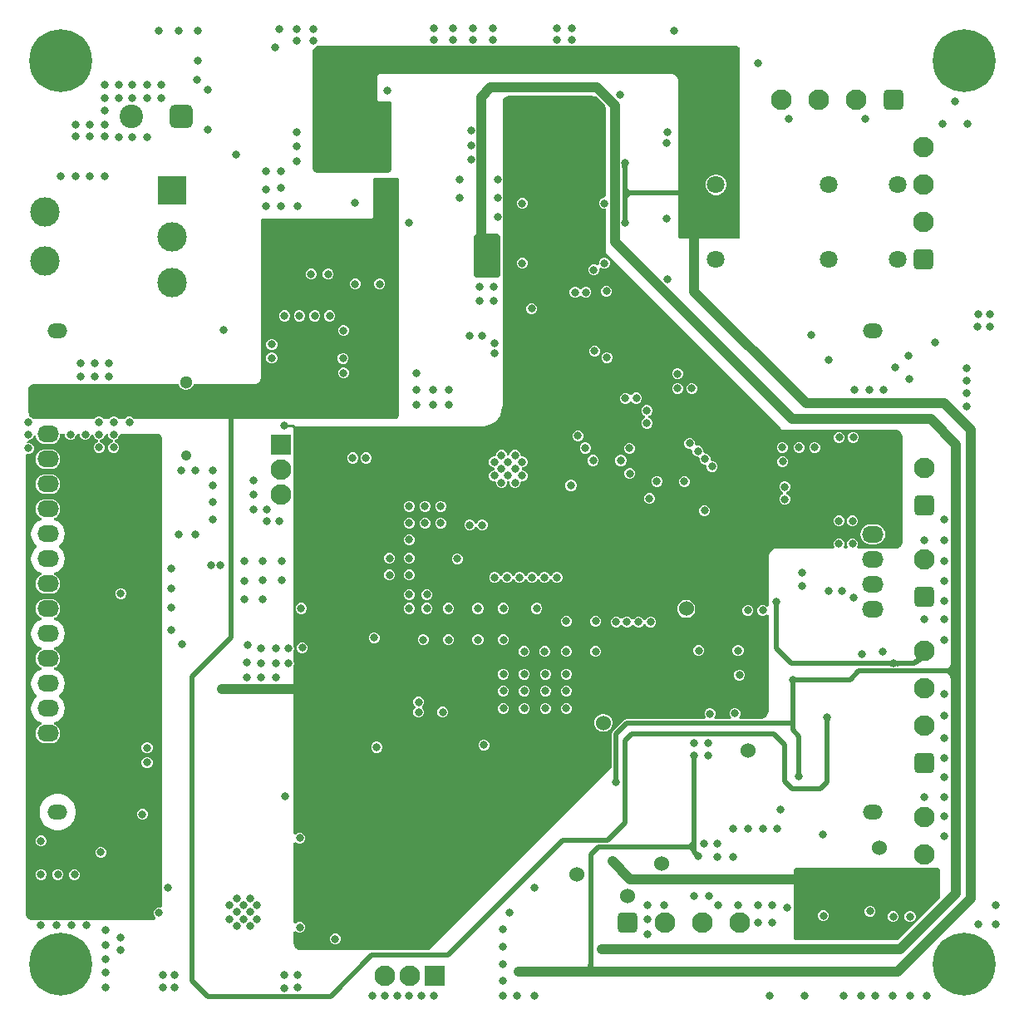
<source format=gbr>
G04*
G04 #@! TF.GenerationSoftware,Altium Limited,Altium Designer,25.1.2 (22)*
G04*
G04 Layer_Physical_Order=3*
G04 Layer_Color=16440176*
%FSLAX44Y44*%
%MOMM*%
G71*
G04*
G04 #@! TF.SameCoordinates,54FBF0B5-E2CF-4F3E-8A6F-997AE4EABEE6*
G04*
G04*
G04 #@! TF.FilePolarity,Positive*
G04*
G01*
G75*
%ADD11C,0.2540*%
%ADD89R,3.0000X3.0000*%
%ADD126C,6.4000*%
%ADD129C,0.5000*%
%ADD131C,0.3810*%
%ADD132C,0.7620*%
%ADD133C,0.5080*%
%ADD136C,2.1000*%
%ADD137R,2.1000X2.1000*%
G04:AMPARAMS|DCode=138|XSize=2.1mm|YSize=2.1mm|CornerRadius=0.525mm|HoleSize=0mm|Usage=FLASHONLY|Rotation=90.000|XOffset=0mm|YOffset=0mm|HoleType=Round|Shape=RoundedRectangle|*
%AMROUNDEDRECTD138*
21,1,2.1000,1.0500,0,0,90.0*
21,1,1.0500,2.1000,0,0,90.0*
1,1,1.0500,0.5250,0.5250*
1,1,1.0500,0.5250,-0.5250*
1,1,1.0500,-0.5250,-0.5250*
1,1,1.0500,-0.5250,0.5250*
%
%ADD138ROUNDEDRECTD138*%
%ADD139C,0.8000*%
%ADD140C,3.0000*%
G04:AMPARAMS|DCode=141|XSize=2.1mm|YSize=2.1mm|CornerRadius=0.525mm|HoleSize=0mm|Usage=FLASHONLY|Rotation=180.000|XOffset=0mm|YOffset=0mm|HoleType=Round|Shape=RoundedRectangle|*
%AMROUNDEDRECTD141*
21,1,2.1000,1.0500,0,0,180.0*
21,1,1.0500,2.1000,0,0,180.0*
1,1,1.0500,-0.5250,0.5250*
1,1,1.0500,0.5250,0.5250*
1,1,1.0500,0.5250,-0.5250*
1,1,1.0500,-0.5250,-0.5250*
%
%ADD141ROUNDEDRECTD141*%
G04:AMPARAMS|DCode=142|XSize=2.4mm|YSize=2.4mm|CornerRadius=0.6mm|HoleSize=0mm|Usage=FLASHONLY|Rotation=180.000|XOffset=0mm|YOffset=0mm|HoleType=Round|Shape=RoundedRectangle|*
%AMROUNDEDRECTD142*
21,1,2.4000,1.2000,0,0,180.0*
21,1,1.2000,2.4000,0,0,180.0*
1,1,1.2000,-0.6000,0.6000*
1,1,1.2000,0.6000,0.6000*
1,1,1.2000,0.6000,-0.6000*
1,1,1.2000,-0.6000,-0.6000*
%
%ADD142ROUNDEDRECTD142*%
%ADD143C,2.4000*%
%ADD144O,2.2000X1.7000*%
%ADD146C,1.8000*%
%ADD148C,1.3000*%
%ADD149C,1.0500*%
%ADD150R,2.1000X2.1000*%
%ADD151C,1.5240*%
%ADD152O,2.0000X1.5000*%
%ADD153C,1.0160*%
%ADD154C,1.0000*%
G36*
X730278Y974475D02*
X731249Y973504D01*
X731293Y973398D01*
X731774Y971550D01*
Y971550D01*
X731774D01*
X731774Y971550D01*
X731774Y780542D01*
X731774Y780138D01*
X731465Y779391D01*
X730893Y778819D01*
X730146Y778510D01*
X729742Y778510D01*
X671322D01*
X670918Y778510D01*
X670171Y778819D01*
X669599Y779391D01*
X669290Y780138D01*
X669290Y780542D01*
X669290Y938276D01*
X669250Y939098D01*
X668929Y940709D01*
X668300Y942227D01*
X667387Y943594D01*
X666226Y944755D01*
X664859Y945668D01*
X663341Y946297D01*
X661730Y946618D01*
X660908Y946658D01*
X659384D01*
X366268Y946658D01*
X365475Y946580D01*
X364010Y945973D01*
X362888Y944852D01*
X362282Y943387D01*
X362204Y942594D01*
X362204Y942594D01*
X362204Y942594D01*
X362204Y924560D01*
X362204Y921512D01*
X362262Y920917D01*
X362718Y919818D01*
X363559Y918978D01*
X364657Y918522D01*
X365252Y918464D01*
X375158Y918464D01*
X375494Y918464D01*
X375753Y918205D01*
X376936Y916686D01*
X376936Y914788D01*
X376936Y909828D01*
X376936Y849376D01*
X376936Y848668D01*
X376395Y847361D01*
X375394Y846361D01*
X375218Y846288D01*
X373380Y845820D01*
Y845820D01*
X302514Y845820D01*
X301251Y845820D01*
X298917Y846787D01*
X297131Y848573D01*
X296164Y850907D01*
X296164Y852170D01*
Y967994D01*
X296164Y969250D01*
X297024Y971609D01*
X298640Y973531D01*
X300816Y974784D01*
X302053Y975000D01*
X302053Y975000D01*
X728324Y975000D01*
X729010Y975000D01*
X730278Y974475D01*
D02*
G37*
G36*
X617455Y852598D02*
X617386Y852504D01*
X617325Y852336D01*
X617270Y852094D01*
X617223Y851779D01*
X617151Y850927D01*
X617097Y849098D01*
X617093Y848341D01*
X612013Y849023D01*
X611884Y853170D01*
X617455Y852598D01*
D02*
G37*
G36*
X617144Y831901D02*
X617296Y831037D01*
X617550Y830275D01*
X617906Y829615D01*
X618363Y829056D01*
X618922Y828599D01*
X619582Y828243D01*
X620344Y827989D01*
X621208Y827837D01*
X622173Y827786D01*
Y822706D01*
X621208Y822655D01*
X620344Y822503D01*
X619582Y822249D01*
X618922Y821893D01*
X618363Y821436D01*
X617906Y820877D01*
X617550Y820217D01*
X617296Y819455D01*
X617144Y818591D01*
X617093Y817626D01*
X612013Y825246D01*
X617093Y832866D01*
X617144Y831901D01*
D02*
G37*
G36*
X360250Y840740D02*
X360250Y840740D01*
X382750Y840740D01*
X383160Y840740D01*
X383854Y840452D01*
X384810Y838680D01*
X384810Y836793D01*
X384810Y773430D01*
X384750Y773370D01*
X384750Y599531D01*
X384749Y598629D01*
X384058Y596963D01*
X382781Y595688D01*
X382079Y595398D01*
X380212Y595000D01*
X114736Y595000D01*
X114683Y595129D01*
X113129Y596683D01*
X111099Y597524D01*
X108901D01*
X106871Y596683D01*
X105317Y595129D01*
X105264Y595000D01*
X98736D01*
X98683Y595129D01*
X97129Y596683D01*
X95099Y597524D01*
X92901D01*
X90871Y596683D01*
X89317Y595129D01*
X89263Y595000D01*
X83736D01*
X83683Y595129D01*
X82129Y596683D01*
X80099Y597524D01*
X77901D01*
X75871Y596683D01*
X74317Y595129D01*
X74264Y595000D01*
X14346D01*
X13647Y595000D01*
X12276Y595273D01*
X11019Y595793D01*
X10129Y596683D01*
X9437Y596970D01*
X8834Y597573D01*
X8058Y598735D01*
X7523Y600026D01*
X7250Y601397D01*
X7250Y602096D01*
Y624750D01*
X7250Y625844D01*
X8087Y627866D01*
X9634Y629413D01*
X11656Y630250D01*
X12750Y630250D01*
X12750Y630250D01*
X47848Y630250D01*
X47924Y630174D01*
X159990D01*
X160163Y629529D01*
X161219Y627699D01*
X162713Y626205D01*
X164543Y625149D01*
X166584Y624602D01*
X168696D01*
X170737Y625149D01*
X172567Y626205D01*
X174061Y627699D01*
X175117Y629529D01*
X175290Y630174D01*
X236474D01*
X237187Y630209D01*
X238586Y630487D01*
X239904Y631033D01*
X241090Y631825D01*
X242098Y632834D01*
X242891Y634020D01*
X243437Y635338D01*
X243715Y636737D01*
X243750Y637450D01*
X243750Y637450D01*
Y796798D01*
Y797303D01*
X244137Y798237D01*
X244851Y798951D01*
X245785Y799338D01*
X246380D01*
X356700Y799338D01*
X356710Y799338D01*
X356710Y799338D01*
X356989Y799365D01*
X357505Y799579D01*
X357899Y799974D01*
X358112Y800489D01*
X358140Y800768D01*
X358140Y800768D01*
X358140Y800777D01*
Y838640D01*
X358141Y839059D01*
X358463Y839832D01*
X359057Y840423D01*
X359831Y840741D01*
X360250Y840740D01*
D02*
G37*
G36*
X617097Y801394D02*
X617270Y798398D01*
X617325Y798156D01*
X617386Y797988D01*
X617455Y797894D01*
X611884Y797322D01*
X611909Y797391D01*
X611931Y797537D01*
X611950Y797760D01*
X612001Y799419D01*
X612013Y801469D01*
X617093Y802151D01*
X617097Y801394D01*
D02*
G37*
G36*
X487680Y781050D02*
Y741680D01*
X485140Y739140D01*
X463550D01*
X461010Y741680D01*
Y781050D01*
X463550Y783590D01*
X485140D01*
X487680Y781050D01*
D02*
G37*
G36*
X580834Y924000D02*
X580834Y924000D01*
X580834D01*
X582709Y923905D01*
X584966Y923456D01*
X586943Y922637D01*
X593637Y915943D01*
X594456Y913966D01*
X595000Y911229D01*
X595000Y909834D01*
X595000Y822073D01*
X592968Y820102D01*
X592655D01*
X590624Y819261D01*
X589071Y817707D01*
X588229Y815677D01*
Y813479D01*
X589071Y811449D01*
X590624Y809895D01*
X592655Y809054D01*
X594852D01*
X595000Y808955D01*
X595000Y764000D01*
X775000Y584000D01*
X889000Y584000D01*
X889000Y584000D01*
X889000Y584000D01*
X889001D01*
X890887Y583801D01*
X891625Y583654D01*
X893263Y582976D01*
X894737Y581991D01*
X895991Y580737D01*
X896976Y579263D01*
X897654Y577625D01*
X898000Y575886D01*
X898000Y575000D01*
X898000Y471000D01*
Y470212D01*
X897693Y468666D01*
X897089Y467211D01*
X896214Y465900D01*
X895100Y464786D01*
X893789Y463910D01*
X892334Y463307D01*
X890788Y463000D01*
X852436D01*
X851950Y463629D01*
X851353Y465032D01*
X852024Y466651D01*
Y468849D01*
X851183Y470879D01*
X849629Y472433D01*
X847599Y473274D01*
X845401D01*
X843371Y472433D01*
X841817Y470879D01*
X840976Y468849D01*
Y466651D01*
X841647Y465032D01*
X841050Y463629D01*
X840614Y463064D01*
X838636D01*
X838200Y463629D01*
X837603Y465032D01*
X838274Y466651D01*
Y468849D01*
X837433Y470879D01*
X835879Y472433D01*
X833849Y473274D01*
X831651D01*
X829621Y472433D01*
X828067Y470879D01*
X827226Y468849D01*
Y466651D01*
X827897Y465032D01*
X827300Y463629D01*
X826814Y463000D01*
X770000D01*
X770000Y463000D01*
X769118Y462957D01*
X767387Y462612D01*
X765757Y461937D01*
X764290Y460957D01*
X763043Y459710D01*
X762063Y458242D01*
X761387Y456613D01*
X761043Y454882D01*
X761000Y454000D01*
Y404686D01*
X758968Y403844D01*
X758129Y404683D01*
X756099Y405524D01*
X753901D01*
X751871Y404683D01*
X750317Y403129D01*
X749476Y401099D01*
Y398901D01*
X750317Y396871D01*
X751871Y395317D01*
X753901Y394476D01*
X756099D01*
X758129Y395317D01*
X758968Y396156D01*
X761000Y395314D01*
Y298000D01*
X761000Y298000D01*
X761005Y297119D01*
X760671Y295388D01*
X760006Y293755D01*
X759035Y292284D01*
X757796Y291031D01*
X756336Y290043D01*
X754711Y289359D01*
X753462Y289103D01*
X731539D01*
X730697Y291135D01*
X731433Y291871D01*
X732274Y293901D01*
Y296099D01*
X731433Y298129D01*
X729879Y299683D01*
X727849Y300524D01*
X725651D01*
X723621Y299683D01*
X722067Y298129D01*
X721226Y296099D01*
Y293901D01*
X722067Y291871D01*
X722803Y291135D01*
X721961Y289103D01*
X706289D01*
X705447Y291135D01*
X705933Y291621D01*
X706774Y293651D01*
Y295849D01*
X705933Y297879D01*
X704379Y299433D01*
X702349Y300274D01*
X700151D01*
X698121Y299433D01*
X696567Y297879D01*
X695726Y295849D01*
Y293651D01*
X696567Y291621D01*
X697053Y291135D01*
X696211Y289103D01*
X616250D01*
X614680Y288790D01*
X613349Y287901D01*
X602849Y277401D01*
X601959Y276070D01*
X601647Y274500D01*
Y239897D01*
X415750Y54000D01*
X283860D01*
X282443Y54282D01*
X281109Y54834D01*
X279908Y55637D01*
X278887Y56658D01*
X278084Y57859D01*
X277532Y59193D01*
X277250Y60610D01*
Y72877D01*
X279282Y73586D01*
X280335Y72533D01*
X282365Y71692D01*
X284563D01*
X286593Y72533D01*
X288147Y74087D01*
X288988Y76117D01*
Y78315D01*
X288147Y80345D01*
X286593Y81899D01*
X284563Y82740D01*
X282365D01*
X280335Y81899D01*
X279282Y80846D01*
X277250Y81555D01*
X277250Y163601D01*
X279282Y164310D01*
X280335Y163257D01*
X282365Y162416D01*
X284563D01*
X286593Y163257D01*
X288147Y164811D01*
X288988Y166841D01*
Y169039D01*
X288147Y171069D01*
X286593Y172623D01*
X284563Y173464D01*
X282365D01*
X280335Y172623D01*
X279282Y171570D01*
X277250Y172279D01*
X277250Y344240D01*
X277524Y344901D01*
Y347099D01*
X277250Y347760D01*
Y359240D01*
X277524Y359901D01*
Y362099D01*
X277250Y362760D01*
X277250Y584197D01*
X277866Y585974D01*
X278466Y586573D01*
X279496Y587000D01*
X280054Y587000D01*
X466465Y587000D01*
X468376Y587000D01*
X468376Y587000D01*
X468376Y587000D01*
X470495Y587104D01*
X474652Y587930D01*
X478568Y589551D01*
X482093Y591906D01*
X485090Y594902D01*
X487446Y598426D01*
X489068Y602342D01*
X489896Y606499D01*
X490000Y608618D01*
X490000Y798636D01*
X490524Y799901D01*
Y802099D01*
X490000Y803364D01*
Y817636D01*
X490524Y818901D01*
Y821099D01*
X490000Y822364D01*
Y836636D01*
X490524Y837901D01*
Y840099D01*
X490000Y841364D01*
X490000Y917000D01*
Y917690D01*
X490269Y919042D01*
X490797Y920316D01*
X491563Y921462D01*
X492538Y922437D01*
X493684Y923203D01*
X494958Y923731D01*
X496311Y924000D01*
X580834D01*
X580834Y924000D01*
D02*
G37*
G36*
X44451Y580136D02*
X44476Y580099D01*
Y577901D01*
X45317Y575871D01*
X46871Y574317D01*
X48901Y573476D01*
X51099D01*
X53129Y574317D01*
X54683Y575871D01*
X55524Y577901D01*
Y578104D01*
X57444Y580039D01*
X59476Y579908D01*
Y577901D01*
X60317Y575871D01*
X61871Y574317D01*
X63901Y573476D01*
X66099D01*
X68129Y574317D01*
X69683Y575871D01*
X70524Y577901D01*
X72322Y578669D01*
X73476Y578194D01*
Y577901D01*
X74317Y575871D01*
X75871Y574317D01*
X77901Y573476D01*
Y571524D01*
X75871Y570683D01*
X74317Y569129D01*
X73476Y567099D01*
Y564901D01*
X74317Y562871D01*
X75871Y561317D01*
X77901Y560476D01*
X80099D01*
X82129Y561317D01*
X83683Y562871D01*
X84524Y564901D01*
Y567099D01*
X83683Y569129D01*
X82129Y570683D01*
X80099Y571524D01*
Y573476D01*
X82129Y574317D01*
X83683Y575871D01*
X84524Y577901D01*
Y578104D01*
X86444Y580039D01*
X88476Y579908D01*
Y577901D01*
X89317Y575871D01*
X90871Y574317D01*
X92901Y573476D01*
Y571524D01*
X90871Y570683D01*
X89317Y569129D01*
X88476Y567099D01*
Y564901D01*
X89317Y562871D01*
X90871Y561317D01*
X92901Y560476D01*
X95099D01*
X97129Y561317D01*
X98683Y562871D01*
X99524Y564901D01*
Y567099D01*
X98683Y569129D01*
X97129Y570683D01*
X95099Y571524D01*
Y573476D01*
X97129Y574317D01*
X98683Y575871D01*
X99524Y577901D01*
Y578104D01*
X101541Y580136D01*
X138684Y580136D01*
X139543Y580136D01*
X141130Y579479D01*
X142345Y578264D01*
X142574Y577710D01*
X143002Y575818D01*
D01*
X143002Y573938D01*
X143002Y98372D01*
X141312Y97243D01*
X141261Y97264D01*
X139063D01*
X137033Y96423D01*
X135479Y94869D01*
X134638Y92839D01*
Y90641D01*
X135479Y88611D01*
X136374Y87716D01*
X136488Y87368D01*
X136253Y85567D01*
X136121Y85314D01*
X134938Y84809D01*
X133527Y84512D01*
X131572Y84328D01*
X131572Y84328D01*
X67572D01*
X67099Y84524D01*
X64901D01*
X64428Y84328D01*
X52572D01*
X52099Y84524D01*
X49901D01*
X49428Y84328D01*
X37572D01*
X37099Y84524D01*
X34901D01*
X34428Y84328D01*
X21572D01*
X21099Y84524D01*
X18901D01*
X18428Y84328D01*
X11176D01*
X10500Y84328D01*
X9176Y84592D01*
X7927Y85108D01*
X6804Y85859D01*
X5849Y86814D01*
X5098Y87937D01*
X4581Y89186D01*
X4318Y90511D01*
X4318Y91186D01*
Y558418D01*
X5901Y559476D01*
X8099D01*
X10129Y560317D01*
X11683Y561871D01*
X12524Y563901D01*
Y566099D01*
X11683Y568129D01*
X10129Y569683D01*
X8099Y570524D01*
X5901D01*
X5521Y570778D01*
Y571601D01*
X7448Y573476D01*
X8099D01*
X10129Y574317D01*
X11683Y575871D01*
X12524Y577901D01*
X14519Y577812D01*
X14658Y576757D01*
X15668Y574319D01*
X17275Y572225D01*
X19369Y570618D01*
X21807Y569608D01*
X24424Y569263D01*
X29424D01*
X32041Y569608D01*
X34479Y570618D01*
X36573Y572225D01*
X38180Y574319D01*
X39190Y576757D01*
X39534Y579374D01*
X40203Y580136D01*
X44451Y580136D01*
D02*
G37*
G36*
X917437Y348323D02*
X917136Y348322D01*
X916772Y348226D01*
X916344Y348035D01*
X915853Y347749D01*
X915297Y347367D01*
X914678Y346890D01*
X913249Y345651D01*
X911566Y344030D01*
X908030Y347566D01*
X908717Y348273D01*
X909818Y349539D01*
X910232Y350098D01*
X910556Y350608D01*
X910788Y351068D01*
X910930Y351478D01*
X910981Y351839D01*
X910942Y352151D01*
X910811Y352413D01*
X917437Y348323D01*
D02*
G37*
G36*
X891457Y348541D02*
X891626Y348490D01*
X891868Y348445D01*
X892185Y348406D01*
X893038Y348346D01*
X895627Y348298D01*
Y343298D01*
X894869Y343295D01*
X891626Y343106D01*
X891457Y343055D01*
X891361Y342998D01*
Y348598D01*
X891457Y348541D01*
D02*
G37*
G36*
X885648Y342998D02*
X885559Y343047D01*
X885397Y343092D01*
X885160Y343131D01*
X884848Y343164D01*
X883466Y343235D01*
X881414Y343258D01*
Y348338D01*
X882173Y348341D01*
X885559Y348549D01*
X885648Y348598D01*
Y342998D01*
D02*
G37*
G36*
X957080Y338169D02*
X946920Y325509D01*
X946870Y327439D01*
X946720Y329166D01*
X946470Y330690D01*
X946120Y332011D01*
X945670Y333129D01*
X945120Y334043D01*
X944470Y334754D01*
X943720Y335262D01*
X942952Y335538D01*
X941024Y335625D01*
X937418Y335669D01*
Y340669D01*
X939309Y340680D01*
X943400Y340961D01*
X943720Y341075D01*
X944470Y341583D01*
X945120Y342294D01*
X945670Y343209D01*
X946120Y344326D01*
X946470Y345647D01*
X946720Y347171D01*
X946870Y348898D01*
X946920Y350829D01*
X957080Y338169D01*
D02*
G37*
G36*
X823671Y288132D02*
X823620Y287963D01*
X823575Y287720D01*
X823536Y287404D01*
X823476Y286551D01*
X823428Y283962D01*
X818428D01*
X818425Y284719D01*
X818236Y287963D01*
X818185Y288132D01*
X818128Y288227D01*
X823728D01*
X823671Y288132D01*
D02*
G37*
G36*
X687751Y249555D02*
X687706Y249393D01*
X687667Y249155D01*
X687634Y248844D01*
X687563Y247462D01*
X687540Y245410D01*
X682460D01*
X682457Y246168D01*
X682249Y249555D01*
X682200Y249643D01*
X687800D01*
X687751Y249555D01*
D02*
G37*
G36*
X608253Y231615D02*
X608442Y228371D01*
X608493Y228202D01*
X608550Y228107D01*
X602950D01*
X603007Y228202D01*
X603058Y228371D01*
X603103Y228614D01*
X603142Y228930D01*
X603202Y229783D01*
X603250Y232372D01*
X608250D01*
X608253Y231615D01*
D02*
G37*
G36*
X687540Y159039D02*
X682460Y153728D01*
X682409Y154254D01*
X682257Y154725D01*
X682003Y155141D01*
X681647Y155501D01*
X681190Y155806D01*
X680631Y156055D01*
X679971Y156249D01*
X679209Y156388D01*
X678345Y156471D01*
X677380Y156499D01*
Y161579D01*
X678345Y161630D01*
X679209Y161782D01*
X679971Y162036D01*
X680631Y162392D01*
X681190Y162849D01*
X681647Y163408D01*
X682003Y164068D01*
X682257Y164830D01*
X682409Y165694D01*
X682460Y166659D01*
X687540Y159039D01*
D02*
G37*
G36*
X931848Y138000D02*
X931848Y138000D01*
X931848D01*
X933700Y137575D01*
X934200Y137368D01*
X935368Y136200D01*
X936000Y134674D01*
X936000Y133848D01*
X936000Y107000D01*
X893000Y64000D01*
X788424D01*
X788424Y64000D01*
X788141D01*
X787617Y64217D01*
X787217Y64617D01*
X787000Y65141D01*
X787000Y136464D01*
X787233Y136739D01*
X788261Y137767D01*
X788536Y138000D01*
X931848Y138000D01*
X931848Y138000D01*
D02*
G37*
G36*
X582511Y45059D02*
X583036Y37408D01*
X583200Y36748D01*
X583386Y36265D01*
X583594Y35958D01*
X576406D01*
X576614Y36265D01*
X576800Y36748D01*
X576964Y37408D01*
X577106Y38243D01*
X577325Y40441D01*
X577456Y43344D01*
X577500Y46951D01*
X582500D01*
X582511Y45059D01*
D02*
G37*
%LPC*%
G36*
X708941Y844214D02*
X706171D01*
X703494Y843497D01*
X701094Y842111D01*
X699135Y840152D01*
X697749Y837752D01*
X697032Y835076D01*
Y832305D01*
X697749Y829628D01*
X699135Y827228D01*
X701094Y825269D01*
X703494Y823883D01*
X706171Y823166D01*
X708941D01*
X711618Y823883D01*
X714018Y825269D01*
X715977Y827228D01*
X717363Y829628D01*
X718080Y832305D01*
Y835076D01*
X717363Y837752D01*
X715977Y840152D01*
X714018Y842111D01*
X711618Y843497D01*
X708941Y844214D01*
D02*
G37*
G36*
X313599Y748024D02*
X311401D01*
X309371Y747183D01*
X307817Y745629D01*
X306976Y743599D01*
Y741401D01*
X307817Y739371D01*
X309371Y737817D01*
X311401Y736976D01*
X313599D01*
X315629Y737817D01*
X317183Y739371D01*
X318024Y741401D01*
Y743599D01*
X317183Y745629D01*
X315629Y747183D01*
X313599Y748024D01*
D02*
G37*
G36*
X296099D02*
X293901D01*
X291871Y747183D01*
X290317Y745629D01*
X289476Y743599D01*
Y741401D01*
X290317Y739371D01*
X291871Y737817D01*
X293901Y736976D01*
X296099D01*
X298129Y737817D01*
X299683Y739371D01*
X300524Y741401D01*
Y743599D01*
X299683Y745629D01*
X298129Y747183D01*
X296099Y748024D01*
D02*
G37*
G36*
X366099Y738024D02*
X363901D01*
X361871Y737183D01*
X360317Y735629D01*
X359476Y733599D01*
Y731401D01*
X360317Y729371D01*
X361871Y727817D01*
X363901Y726976D01*
X366099D01*
X368129Y727817D01*
X369683Y729371D01*
X370524Y731401D01*
Y733599D01*
X369683Y735629D01*
X368129Y737183D01*
X366099Y738024D01*
D02*
G37*
G36*
X341099D02*
X338901D01*
X336871Y737183D01*
X335317Y735629D01*
X334476Y733599D01*
Y731401D01*
X335317Y729371D01*
X336871Y727817D01*
X338901Y726976D01*
X341099D01*
X343129Y727817D01*
X344683Y729371D01*
X345524Y731401D01*
Y733599D01*
X344683Y735629D01*
X343129Y737183D01*
X341099Y738024D01*
D02*
G37*
G36*
X315099Y705524D02*
X312901D01*
X310871Y704683D01*
X309317Y703129D01*
X308476Y701099D01*
Y698901D01*
X309317Y696871D01*
X310871Y695317D01*
X312901Y694476D01*
X315099D01*
X317129Y695317D01*
X318683Y696871D01*
X319524Y698901D01*
Y701099D01*
X318683Y703129D01*
X317129Y704683D01*
X315099Y705524D01*
D02*
G37*
G36*
X300099D02*
X297901D01*
X295871Y704683D01*
X294317Y703129D01*
X293476Y701099D01*
Y698901D01*
X294317Y696871D01*
X295871Y695317D01*
X297901Y694476D01*
X300099D01*
X302129Y695317D01*
X303683Y696871D01*
X304524Y698901D01*
Y701099D01*
X303683Y703129D01*
X302129Y704683D01*
X300099Y705524D01*
D02*
G37*
G36*
X284099D02*
X281901D01*
X279871Y704683D01*
X278317Y703129D01*
X277476Y701099D01*
Y698901D01*
X278317Y696871D01*
X279871Y695317D01*
X281901Y694476D01*
X284099D01*
X286129Y695317D01*
X287683Y696871D01*
X288524Y698901D01*
Y701099D01*
X287683Y703129D01*
X286129Y704683D01*
X284099Y705524D01*
D02*
G37*
G36*
X269099D02*
X266901D01*
X264871Y704683D01*
X263317Y703129D01*
X262476Y701099D01*
Y698901D01*
X263317Y696871D01*
X264871Y695317D01*
X266901Y694476D01*
X269099D01*
X271129Y695317D01*
X272683Y696871D01*
X273524Y698901D01*
Y701099D01*
X272683Y703129D01*
X271129Y704683D01*
X269099Y705524D01*
D02*
G37*
G36*
X329099Y690524D02*
X326901D01*
X324871Y689683D01*
X323317Y688129D01*
X322476Y686099D01*
Y683901D01*
X323317Y681871D01*
X324871Y680317D01*
X326901Y679476D01*
X329099D01*
X331129Y680317D01*
X332683Y681871D01*
X333524Y683901D01*
Y686099D01*
X332683Y688129D01*
X331129Y689683D01*
X329099Y690524D01*
D02*
G37*
G36*
X256099Y676524D02*
X253901D01*
X251871Y675683D01*
X250317Y674129D01*
X249476Y672099D01*
Y669901D01*
X250317Y667871D01*
X251871Y666317D01*
X253901Y665476D01*
X256099D01*
X258129Y666317D01*
X259683Y667871D01*
X260524Y669901D01*
Y672099D01*
X259683Y674129D01*
X258129Y675683D01*
X256099Y676524D01*
D02*
G37*
G36*
Y662524D02*
X253901D01*
X251871Y661683D01*
X250317Y660129D01*
X249476Y658099D01*
Y655901D01*
X250317Y653871D01*
X251871Y652317D01*
X253901Y651476D01*
X256099D01*
X258129Y652317D01*
X259683Y653871D01*
X260524Y655901D01*
Y658099D01*
X259683Y660129D01*
X258129Y661683D01*
X256099Y662524D01*
D02*
G37*
G36*
X328849Y662274D02*
X326651D01*
X324621Y661433D01*
X323067Y659879D01*
X322226Y657849D01*
Y655651D01*
X323067Y653621D01*
X324621Y652067D01*
X326651Y651226D01*
X328849D01*
X330879Y652067D01*
X332433Y653621D01*
X333274Y655651D01*
Y657849D01*
X332433Y659879D01*
X330879Y661433D01*
X328849Y662274D01*
D02*
G37*
G36*
X329099Y647524D02*
X326901D01*
X324871Y646683D01*
X323317Y645129D01*
X322476Y643099D01*
Y640901D01*
X323317Y638871D01*
X324871Y637317D01*
X326901Y636476D01*
X329099D01*
X331129Y637317D01*
X332683Y638871D01*
X333524Y640901D01*
Y643099D01*
X332683Y645129D01*
X331129Y646683D01*
X329099Y647524D01*
D02*
G37*
G36*
X511385Y820102D02*
X509187D01*
X507157Y819261D01*
X505603Y817707D01*
X504762Y815677D01*
Y813479D01*
X505603Y811449D01*
X507157Y809895D01*
X509187Y809054D01*
X511385D01*
X513415Y809895D01*
X514969Y811449D01*
X515810Y813479D01*
Y815677D01*
X514969Y817707D01*
X513415Y819261D01*
X511385Y820102D01*
D02*
G37*
G36*
X594852Y759142D02*
X592655D01*
X590624Y758301D01*
X589071Y756747D01*
X588229Y754717D01*
Y752519D01*
X588274Y752412D01*
X586551Y751261D01*
X586129Y751683D01*
X584099Y752524D01*
X581901D01*
X579871Y751683D01*
X578317Y750129D01*
X577476Y748099D01*
Y745901D01*
X578317Y743871D01*
X579871Y742317D01*
X581901Y741476D01*
X584099D01*
X586129Y742317D01*
X587683Y743871D01*
X588524Y745901D01*
Y748099D01*
X588479Y748206D01*
X590202Y749357D01*
X590624Y748935D01*
X592655Y748094D01*
X594852D01*
X596883Y748935D01*
X598437Y750489D01*
X599277Y752519D01*
Y754717D01*
X598437Y756747D01*
X596883Y758301D01*
X594852Y759142D01*
D02*
G37*
G36*
X511385D02*
X509187D01*
X507157Y758301D01*
X505603Y756747D01*
X504762Y754717D01*
Y752519D01*
X505603Y750489D01*
X507157Y748935D01*
X509187Y748094D01*
X511385D01*
X513415Y748935D01*
X514969Y750489D01*
X515810Y752519D01*
Y754717D01*
X514969Y756747D01*
X513415Y758301D01*
X511385Y759142D01*
D02*
G37*
G36*
X576099Y729524D02*
X573901D01*
X571871Y728683D01*
X570717Y727529D01*
X569500Y727290D01*
X568283Y727529D01*
X567129Y728683D01*
X565099Y729524D01*
X562901D01*
X560871Y728683D01*
X559317Y727129D01*
X558476Y725099D01*
Y722901D01*
X559317Y720871D01*
X560871Y719317D01*
X562901Y718476D01*
X565099D01*
X567129Y719317D01*
X568283Y720471D01*
X569500Y720710D01*
X570717Y720471D01*
X571871Y719317D01*
X573901Y718476D01*
X576099D01*
X578129Y719317D01*
X579683Y720871D01*
X580524Y722901D01*
Y725099D01*
X579683Y727129D01*
X578129Y728683D01*
X576099Y729524D01*
D02*
G37*
G36*
X597099Y730524D02*
X594901D01*
X592871Y729683D01*
X591317Y728129D01*
X590476Y726099D01*
Y723901D01*
X591317Y721871D01*
X592871Y720317D01*
X594901Y719476D01*
X597099D01*
X599129Y720317D01*
X600683Y721871D01*
X601524Y723901D01*
Y726099D01*
X600683Y728129D01*
X599129Y729683D01*
X597099Y730524D01*
D02*
G37*
G36*
X520761Y712740D02*
X518563D01*
X516533Y711899D01*
X514979Y710345D01*
X514138Y708315D01*
Y706117D01*
X514979Y704087D01*
X516533Y702533D01*
X518563Y701692D01*
X520761D01*
X522791Y702533D01*
X524345Y704087D01*
X525186Y706117D01*
Y708315D01*
X524345Y710345D01*
X522791Y711899D01*
X520761Y712740D01*
D02*
G37*
G36*
X585045Y669798D02*
X582847D01*
X580817Y668957D01*
X579263Y667403D01*
X578422Y665373D01*
Y663175D01*
X579263Y661145D01*
X580817Y659591D01*
X582847Y658750D01*
X585045D01*
X587075Y659591D01*
X588629Y661145D01*
X589470Y663175D01*
Y665373D01*
X588629Y667403D01*
X587075Y668957D01*
X585045Y669798D01*
D02*
G37*
G36*
X597369Y663130D02*
X595171D01*
X593141Y662289D01*
X591587Y660735D01*
X590746Y658705D01*
Y656507D01*
X591587Y654477D01*
X593141Y652923D01*
X595171Y652082D01*
X597369D01*
X599399Y652923D01*
X600953Y654477D01*
X601794Y656507D01*
Y658705D01*
X600953Y660735D01*
X599399Y662289D01*
X597369Y663130D01*
D02*
G37*
G36*
X669349Y646524D02*
X667151D01*
X665121Y645683D01*
X663567Y644129D01*
X662726Y642099D01*
Y639901D01*
X663567Y637871D01*
X665121Y636317D01*
X667151Y635476D01*
X669349D01*
X671379Y636317D01*
X672933Y637871D01*
X673774Y639901D01*
Y642099D01*
X672933Y644129D01*
X671379Y645683D01*
X669349Y646524D01*
D02*
G37*
G36*
X683849Y631524D02*
X681651D01*
X679621Y630683D01*
X678067Y629129D01*
X677226Y627099D01*
Y624901D01*
X678067Y622871D01*
X679621Y621317D01*
X681651Y620476D01*
X683849D01*
X685879Y621317D01*
X687433Y622871D01*
X688274Y624901D01*
Y627099D01*
X687433Y629129D01*
X685879Y630683D01*
X683849Y631524D01*
D02*
G37*
G36*
X669349D02*
X667151D01*
X665121Y630683D01*
X663567Y629129D01*
X662726Y627099D01*
Y624901D01*
X663567Y622871D01*
X665121Y621317D01*
X667151Y620476D01*
X669349D01*
X671379Y621317D01*
X672933Y622871D01*
X673774Y624901D01*
Y627099D01*
X672933Y629129D01*
X671379Y630683D01*
X669349Y631524D01*
D02*
G37*
G36*
X627463Y621728D02*
X625265D01*
X623235Y620887D01*
X621882Y619534D01*
X621106Y619359D01*
X619521Y619429D01*
X618317Y620633D01*
X616287Y621474D01*
X614089D01*
X612059Y620633D01*
X610505Y619079D01*
X609664Y617049D01*
Y614851D01*
X610505Y612821D01*
X612059Y611267D01*
X614089Y610426D01*
X616287D01*
X618317Y611267D01*
X619670Y612620D01*
X620446Y612795D01*
X622031Y612725D01*
X623235Y611521D01*
X625265Y610680D01*
X627463D01*
X629493Y611521D01*
X631047Y613075D01*
X631888Y615105D01*
Y617303D01*
X631047Y619333D01*
X629493Y620887D01*
X627463Y621728D01*
D02*
G37*
G36*
X638131Y609028D02*
X635933D01*
X633903Y608187D01*
X632349Y606633D01*
X631508Y604603D01*
Y602405D01*
X632349Y600375D01*
X633903Y598821D01*
X635389Y598205D01*
Y596103D01*
X633903Y595487D01*
X632349Y593933D01*
X631508Y591903D01*
Y589705D01*
X632349Y587675D01*
X633903Y586121D01*
X635933Y585280D01*
X638131D01*
X640161Y586121D01*
X641715Y587675D01*
X642556Y589705D01*
Y591903D01*
X641715Y593933D01*
X640161Y595487D01*
X638675Y596103D01*
Y598205D01*
X640161Y598821D01*
X641715Y600375D01*
X642556Y602405D01*
Y604603D01*
X641715Y606633D01*
X640161Y608187D01*
X638131Y609028D01*
D02*
G37*
G36*
X568027Y583374D02*
X565829D01*
X563799Y582533D01*
X562245Y580979D01*
X561404Y578949D01*
Y576751D01*
X562245Y574721D01*
X563799Y573167D01*
X565829Y572326D01*
X568027D01*
X570057Y573167D01*
X571611Y574721D01*
X572452Y576751D01*
Y578949D01*
X571611Y580979D01*
X570057Y582533D01*
X568027Y583374D01*
D02*
G37*
G36*
X848599Y581774D02*
X846401D01*
X844371Y580933D01*
X842817Y579379D01*
X841976Y577349D01*
Y575151D01*
X842817Y573121D01*
X844371Y571567D01*
X846401Y570726D01*
X848599D01*
X850629Y571567D01*
X852183Y573121D01*
X853024Y575151D01*
Y577349D01*
X852183Y579379D01*
X850629Y580933D01*
X848599Y581774D01*
D02*
G37*
G36*
X834099Y581524D02*
X831901D01*
X829871Y580683D01*
X828317Y579129D01*
X827476Y577099D01*
Y574901D01*
X828317Y572871D01*
X829871Y571317D01*
X831901Y570476D01*
X834099D01*
X836129Y571317D01*
X837683Y572871D01*
X838524Y574901D01*
Y577099D01*
X837683Y579129D01*
X836129Y580683D01*
X834099Y581524D01*
D02*
G37*
G36*
X809099Y571524D02*
X806901D01*
X804871Y570683D01*
X803317Y569129D01*
X802476Y567099D01*
Y564901D01*
X803317Y562871D01*
X804871Y561317D01*
X806901Y560476D01*
X809099D01*
X811129Y561317D01*
X812683Y562871D01*
X813524Y564901D01*
Y567099D01*
X812683Y569129D01*
X811129Y570683D01*
X809099Y571524D01*
D02*
G37*
G36*
X793099D02*
X790901D01*
X788871Y570683D01*
X787317Y569129D01*
X786476Y567099D01*
Y564901D01*
X787317Y562871D01*
X788871Y561317D01*
X790901Y560476D01*
X793099D01*
X795129Y561317D01*
X796683Y562871D01*
X797524Y564901D01*
Y567099D01*
X796683Y569129D01*
X795129Y570683D01*
X793099Y571524D01*
D02*
G37*
G36*
X776099D02*
X773901D01*
X771871Y570683D01*
X770317Y569129D01*
X769476Y567099D01*
Y564901D01*
X770317Y562871D01*
X771871Y561317D01*
X773901Y560476D01*
X776099D01*
X778129Y561317D01*
X779683Y562871D01*
X780524Y564901D01*
Y567099D01*
X779683Y569129D01*
X778129Y570683D01*
X776099Y571524D01*
D02*
G37*
G36*
X575393Y570928D02*
X573195D01*
X571165Y570087D01*
X569611Y568533D01*
X568770Y566503D01*
Y564305D01*
X569611Y562275D01*
X571165Y560721D01*
X573195Y559880D01*
X575393D01*
X577423Y560721D01*
X578977Y562275D01*
X579818Y564305D01*
Y566503D01*
X578977Y568533D01*
X577423Y570087D01*
X575393Y570928D01*
D02*
G37*
G36*
X620351Y570674D02*
X618153D01*
X616123Y569833D01*
X614569Y568279D01*
X613728Y566249D01*
Y564051D01*
X614569Y562021D01*
X616123Y560467D01*
X618153Y559626D01*
X620351D01*
X622381Y560467D01*
X623935Y562021D01*
X624776Y564051D01*
Y566249D01*
X623935Y568279D01*
X622381Y569833D01*
X620351Y570674D01*
D02*
G37*
G36*
X503969Y563562D02*
X501771D01*
X499741Y562721D01*
X498187Y561167D01*
X497346Y559137D01*
Y558704D01*
X496903Y558278D01*
X495110Y557627D01*
X494487Y557976D01*
X494394Y558439D01*
Y559137D01*
X493553Y561167D01*
X491999Y562721D01*
X489969Y563562D01*
X487771D01*
X485741Y562721D01*
X484187Y561167D01*
X483346Y559137D01*
Y558439D01*
X483032Y556876D01*
X481469Y556562D01*
X480771D01*
X478741Y555721D01*
X477187Y554167D01*
X476346Y552137D01*
Y549939D01*
X477187Y547909D01*
X478741Y546355D01*
X480771Y545514D01*
X481469D01*
X481932Y545421D01*
X482281Y544798D01*
X481630Y543005D01*
X481204Y542562D01*
X480771D01*
X478741Y541721D01*
X477187Y540167D01*
X476346Y538137D01*
Y535939D01*
X477187Y533909D01*
X478741Y532355D01*
X480771Y531514D01*
X481469D01*
X483032Y531200D01*
X483346Y529637D01*
Y528939D01*
X484187Y526909D01*
X485741Y525355D01*
X487771Y524514D01*
X489969D01*
X491999Y525355D01*
X493553Y526909D01*
X494394Y528939D01*
Y529637D01*
X494708Y531200D01*
X495870Y531433D01*
X497032Y531200D01*
X497346Y529637D01*
Y528939D01*
X498187Y526909D01*
X499741Y525355D01*
X501771Y524514D01*
X503969D01*
X505999Y525355D01*
X507553Y526909D01*
X508394Y528939D01*
Y529637D01*
X508708Y531200D01*
X510271Y531514D01*
X510969D01*
X512999Y532355D01*
X514553Y533909D01*
X515394Y535939D01*
Y538137D01*
X514553Y540167D01*
X512999Y541721D01*
X510969Y542562D01*
X510536D01*
X510110Y543005D01*
X509459Y544798D01*
X509808Y545421D01*
X510271Y545514D01*
X510969D01*
X512999Y546355D01*
X514553Y547909D01*
X515394Y549939D01*
Y552137D01*
X514553Y554167D01*
X512999Y555721D01*
X510969Y556562D01*
X510271D01*
X508708Y556876D01*
X508394Y558439D01*
Y559137D01*
X507553Y561167D01*
X505999Y562721D01*
X503969Y563562D01*
D02*
G37*
G36*
X352127Y560768D02*
X349929D01*
X347899Y559927D01*
X346345Y558373D01*
X345504Y556343D01*
Y554145D01*
X346345Y552115D01*
X347899Y550561D01*
X349929Y549720D01*
X352127D01*
X354157Y550561D01*
X355711Y552115D01*
X356552Y554145D01*
Y556343D01*
X355711Y558373D01*
X354157Y559927D01*
X352127Y560768D01*
D02*
G37*
G36*
X338569D02*
X336371D01*
X334341Y559927D01*
X332787Y558373D01*
X331946Y556343D01*
Y554145D01*
X332787Y552115D01*
X334341Y550561D01*
X336371Y549720D01*
X338569D01*
X340599Y550561D01*
X342153Y552115D01*
X342994Y554145D01*
Y556343D01*
X342153Y558373D01*
X340599Y559927D01*
X338569Y560768D01*
D02*
G37*
G36*
X611731Y558212D02*
X609533D01*
X607503Y557371D01*
X605949Y555817D01*
X605108Y553787D01*
Y551589D01*
X605949Y549559D01*
X607503Y548005D01*
X609533Y547164D01*
X611731D01*
X613761Y548005D01*
X615315Y549559D01*
X616156Y551589D01*
Y553787D01*
X615315Y555817D01*
X613761Y557371D01*
X611731Y558212D01*
D02*
G37*
G36*
X583521D02*
X581323D01*
X579293Y557371D01*
X577739Y555817D01*
X576898Y553787D01*
Y551589D01*
X577739Y549559D01*
X579293Y548005D01*
X581323Y547164D01*
X583521D01*
X585551Y548005D01*
X587105Y549559D01*
X587946Y551589D01*
Y553787D01*
X587105Y555817D01*
X585551Y557371D01*
X583521Y558212D01*
D02*
G37*
G36*
X776599Y557024D02*
X774401D01*
X772371Y556183D01*
X770817Y554629D01*
X769976Y552599D01*
Y550401D01*
X770817Y548371D01*
X772371Y546817D01*
X774401Y545976D01*
X776599D01*
X778629Y546817D01*
X780183Y548371D01*
X781024Y550401D01*
Y552599D01*
X780183Y554629D01*
X778629Y556183D01*
X776599Y557024D01*
D02*
G37*
G36*
X681819Y575754D02*
X679621D01*
X677591Y574913D01*
X676037Y573359D01*
X675196Y571329D01*
Y569131D01*
X676037Y567101D01*
X677591Y565547D01*
X679621Y564706D01*
X681819D01*
X682040Y564798D01*
X683595Y563242D01*
X683578Y563201D01*
Y561003D01*
X684419Y558973D01*
X685973Y557419D01*
X688003Y556578D01*
X689368D01*
X690707Y555299D01*
X690944Y554701D01*
Y552875D01*
X691785Y550845D01*
X693339Y549291D01*
X695369Y548450D01*
X696331D01*
X697792Y547738D01*
X698161Y546573D01*
Y545360D01*
X699002Y543330D01*
X700556Y541776D01*
X702586Y540935D01*
X704784D01*
X706814Y541776D01*
X708368Y543330D01*
X709209Y545360D01*
Y547558D01*
X708368Y549588D01*
X706814Y551142D01*
X704784Y551983D01*
X703822D01*
X702361Y552695D01*
X701992Y553860D01*
Y555073D01*
X701151Y557103D01*
X699597Y558657D01*
X697567Y559498D01*
X696202D01*
X694863Y560777D01*
X694626Y561375D01*
Y563201D01*
X693785Y565231D01*
X692231Y566785D01*
X690201Y567626D01*
X688003D01*
X687782Y567534D01*
X686227Y569090D01*
X686244Y569131D01*
Y571329D01*
X685403Y573359D01*
X683849Y574913D01*
X681819Y575754D01*
D02*
G37*
G36*
X620859Y545020D02*
X618661D01*
X616631Y544179D01*
X615077Y542625D01*
X614236Y540595D01*
Y538397D01*
X615077Y536367D01*
X616631Y534813D01*
X618661Y533972D01*
X620859D01*
X622889Y534813D01*
X624443Y536367D01*
X625284Y538397D01*
Y540595D01*
X624443Y542625D01*
X622889Y544179D01*
X620859Y545020D01*
D02*
G37*
G36*
X648545Y536892D02*
X646347D01*
X644317Y536051D01*
X642763Y534497D01*
X641922Y532467D01*
Y530269D01*
X642763Y528239D01*
X644317Y526685D01*
X646347Y525844D01*
X648545D01*
X650575Y526685D01*
X652129Y528239D01*
X652970Y530269D01*
Y532467D01*
X652129Y534497D01*
X650575Y536051D01*
X648545Y536892D01*
D02*
G37*
G36*
X676349Y536774D02*
X674151D01*
X672121Y535933D01*
X670567Y534379D01*
X669726Y532349D01*
Y530151D01*
X670567Y528121D01*
X672121Y526567D01*
X674151Y525726D01*
X676349D01*
X678379Y526567D01*
X679933Y528121D01*
X680774Y530151D01*
Y532349D01*
X679933Y534379D01*
X678379Y535933D01*
X676349Y536774D01*
D02*
G37*
G36*
X560915Y532812D02*
X558717D01*
X556687Y531971D01*
X555133Y530417D01*
X554292Y528387D01*
Y526189D01*
X555133Y524159D01*
X556687Y522605D01*
X558717Y521764D01*
X560915D01*
X562945Y522605D01*
X564499Y524159D01*
X565340Y526189D01*
Y528387D01*
X564499Y530417D01*
X562945Y531971D01*
X560915Y532812D01*
D02*
G37*
G36*
X640701Y519380D02*
X638503D01*
X636473Y518539D01*
X634919Y516985D01*
X634078Y514955D01*
Y512757D01*
X634919Y510727D01*
X636473Y509173D01*
X638503Y508332D01*
X640701D01*
X642731Y509173D01*
X644285Y510727D01*
X645126Y512757D01*
Y514955D01*
X644285Y516985D01*
X642731Y518539D01*
X640701Y519380D01*
D02*
G37*
G36*
X778575Y531304D02*
X776377D01*
X774347Y530463D01*
X772793Y528909D01*
X771952Y526879D01*
Y524681D01*
X772793Y522651D01*
X774347Y521097D01*
X775833Y520481D01*
Y518379D01*
X774347Y517763D01*
X772793Y516209D01*
X771952Y514179D01*
Y511981D01*
X772793Y509951D01*
X774347Y508397D01*
X776377Y507556D01*
X778575D01*
X780605Y508397D01*
X782159Y509951D01*
X783000Y511981D01*
Y514179D01*
X782159Y516209D01*
X780605Y517763D01*
X779118Y518379D01*
Y520481D01*
X780605Y521097D01*
X782159Y522651D01*
X783000Y524681D01*
Y526879D01*
X782159Y528909D01*
X780605Y530463D01*
X778575Y531304D01*
D02*
G37*
G36*
X428099Y511524D02*
X425901D01*
X423871Y510683D01*
X422317Y509129D01*
X421476Y507099D01*
Y504901D01*
X422317Y502871D01*
X423871Y501317D01*
X425901Y500476D01*
X428099D01*
X430129Y501317D01*
X431683Y502871D01*
X432524Y504901D01*
Y507099D01*
X431683Y509129D01*
X430129Y510683D01*
X428099Y511524D01*
D02*
G37*
G36*
X412099D02*
X409901D01*
X407871Y510683D01*
X406317Y509129D01*
X405476Y507099D01*
Y504901D01*
X406317Y502871D01*
X407871Y501317D01*
X409901Y500476D01*
X412099D01*
X414129Y501317D01*
X415683Y502871D01*
X416524Y504901D01*
Y507099D01*
X415683Y509129D01*
X414129Y510683D01*
X412099Y511524D01*
D02*
G37*
G36*
X396099D02*
X393901D01*
X391871Y510683D01*
X390317Y509129D01*
X389476Y507099D01*
Y504901D01*
X390317Y502871D01*
X391871Y501317D01*
X393901Y500476D01*
X396099D01*
X398129Y501317D01*
X399683Y502871D01*
X400524Y504901D01*
Y507099D01*
X399683Y509129D01*
X398129Y510683D01*
X396099Y511524D01*
D02*
G37*
G36*
X696849Y507024D02*
X694651D01*
X692621Y506183D01*
X691067Y504629D01*
X690226Y502599D01*
Y500401D01*
X691067Y498371D01*
X692621Y496817D01*
X694651Y495976D01*
X696849D01*
X698879Y496817D01*
X700433Y498371D01*
X701274Y500401D01*
Y502599D01*
X700433Y504629D01*
X698879Y506183D01*
X696849Y507024D01*
D02*
G37*
G36*
X470395Y492442D02*
X468197D01*
X466167Y491601D01*
X464613Y490047D01*
X463997Y488561D01*
X461895D01*
X461279Y490047D01*
X459725Y491601D01*
X457695Y492442D01*
X455497D01*
X453467Y491601D01*
X451913Y490047D01*
X451072Y488017D01*
Y485819D01*
X451913Y483789D01*
X453467Y482235D01*
X455497Y481394D01*
X457695D01*
X459725Y482235D01*
X461279Y483789D01*
X461895Y485275D01*
X463997D01*
X464613Y483789D01*
X466167Y482235D01*
X468197Y481394D01*
X470395D01*
X472425Y482235D01*
X473979Y483789D01*
X474820Y485819D01*
Y488017D01*
X473979Y490047D01*
X472425Y491601D01*
X470395Y492442D01*
D02*
G37*
G36*
X833849Y496774D02*
X831651D01*
X829621Y495933D01*
X828067Y494379D01*
X827226Y492349D01*
Y490151D01*
X828067Y488121D01*
X829621Y486567D01*
X831651Y485726D01*
X833849D01*
X835879Y486567D01*
X837433Y488121D01*
X838274Y490151D01*
Y492349D01*
X837433Y494379D01*
X835879Y495933D01*
X833849Y496774D01*
D02*
G37*
G36*
X847599Y496524D02*
X845401D01*
X843371Y495683D01*
X841817Y494129D01*
X840976Y492099D01*
Y489901D01*
X841817Y487871D01*
X843371Y486317D01*
X845401Y485476D01*
X847599D01*
X849629Y486317D01*
X851183Y487871D01*
X852024Y489901D01*
Y492099D01*
X851183Y494129D01*
X849629Y495683D01*
X847599Y496524D01*
D02*
G37*
G36*
X428099Y494524D02*
X425901D01*
X423871Y493683D01*
X422317Y492129D01*
X421476Y490099D01*
Y487901D01*
X422317Y485871D01*
X423871Y484317D01*
X425901Y483476D01*
X428099D01*
X430129Y484317D01*
X431683Y485871D01*
X432524Y487901D01*
Y490099D01*
X431683Y492129D01*
X430129Y493683D01*
X428099Y494524D01*
D02*
G37*
G36*
X412099D02*
X409901D01*
X407871Y493683D01*
X406317Y492129D01*
X405476Y490099D01*
Y487901D01*
X406317Y485871D01*
X407871Y484317D01*
X409901Y483476D01*
X412099D01*
X414129Y484317D01*
X415683Y485871D01*
X416524Y487901D01*
Y490099D01*
X415683Y492129D01*
X414129Y493683D01*
X412099Y494524D01*
D02*
G37*
G36*
X396099D02*
X393901D01*
X391871Y493683D01*
X390317Y492129D01*
X389476Y490099D01*
Y487901D01*
X390317Y485871D01*
X391871Y484317D01*
X393901Y483476D01*
X396099D01*
X398129Y484317D01*
X399683Y485871D01*
X400524Y487901D01*
Y490099D01*
X399683Y492129D01*
X398129Y493683D01*
X396099Y494524D01*
D02*
G37*
G36*
X869724Y487785D02*
X864724D01*
X862107Y487440D01*
X859669Y486430D01*
X857575Y484823D01*
X855968Y482729D01*
X854958Y480291D01*
X854613Y477674D01*
X854958Y475057D01*
X855968Y472619D01*
X857575Y470525D01*
X859669Y468918D01*
X862107Y467908D01*
X864724Y467564D01*
X869724D01*
X872341Y467908D01*
X874779Y468918D01*
X876873Y470525D01*
X878480Y472619D01*
X879490Y475057D01*
X879835Y477674D01*
X879490Y480291D01*
X878480Y482729D01*
X876873Y484823D01*
X874779Y486430D01*
X872341Y487440D01*
X869724Y487785D01*
D02*
G37*
G36*
X396099Y477524D02*
X393901D01*
X391871Y476683D01*
X390317Y475129D01*
X389476Y473099D01*
Y470901D01*
X390317Y468871D01*
X391871Y467317D01*
X393901Y466476D01*
X396099D01*
X398129Y467317D01*
X399683Y468871D01*
X400524Y470901D01*
Y473099D01*
X399683Y475129D01*
X398129Y476683D01*
X396099Y477524D01*
D02*
G37*
G36*
Y458524D02*
X393901D01*
X391871Y457683D01*
X390317Y456129D01*
X389476Y454099D01*
Y451901D01*
X390317Y449871D01*
X391871Y448317D01*
X393901Y447476D01*
X396099D01*
X398129Y448317D01*
X399683Y449871D01*
X400524Y451901D01*
Y454099D01*
X399683Y456129D01*
X398129Y457683D01*
X396099Y458524D01*
D02*
G37*
G36*
X376099D02*
X373901D01*
X371871Y457683D01*
X370317Y456129D01*
X369476Y454099D01*
Y451901D01*
X370317Y449871D01*
X371871Y448317D01*
X373901Y447476D01*
X376099D01*
X378129Y448317D01*
X379683Y449871D01*
X380524Y451901D01*
Y454099D01*
X379683Y456129D01*
X378129Y457683D01*
X376099Y458524D01*
D02*
G37*
G36*
X445061Y457940D02*
X442863D01*
X440833Y457099D01*
X439279Y455545D01*
X438438Y453515D01*
Y451317D01*
X439279Y449287D01*
X440833Y447733D01*
X442863Y446892D01*
X445061D01*
X447091Y447733D01*
X448645Y449287D01*
X449486Y451317D01*
Y453515D01*
X448645Y455545D01*
X447091Y457099D01*
X445061Y457940D01*
D02*
G37*
G36*
X546595Y438937D02*
X544397D01*
X542367Y438096D01*
X540813Y436542D01*
X540197Y435055D01*
X538095D01*
X537479Y436542D01*
X535925Y438096D01*
X533895Y438937D01*
X531697D01*
X529667Y438096D01*
X528113Y436542D01*
X527497Y435055D01*
X525395D01*
X524779Y436542D01*
X523225Y438096D01*
X521195Y438937D01*
X518997D01*
X516967Y438096D01*
X515413Y436542D01*
X514797Y435055D01*
X512695D01*
X512079Y436542D01*
X510525Y438096D01*
X508495Y438937D01*
X506297D01*
X504267Y438096D01*
X502713Y436542D01*
X502097Y435055D01*
X499995D01*
X499379Y436542D01*
X497825Y438096D01*
X495795Y438937D01*
X493597D01*
X491567Y438096D01*
X490013Y436542D01*
X489397Y435055D01*
X487295D01*
X486679Y436542D01*
X485125Y438096D01*
X483095Y438937D01*
X480897D01*
X478867Y438096D01*
X477313Y436542D01*
X476472Y434511D01*
Y432314D01*
X477313Y430283D01*
X478867Y428730D01*
X480897Y427888D01*
X483095D01*
X485125Y428730D01*
X486679Y430283D01*
X487295Y431770D01*
X489397D01*
X490013Y430283D01*
X491567Y428730D01*
X493597Y427888D01*
X495795D01*
X497825Y428730D01*
X499379Y430283D01*
X499995Y431770D01*
X502097D01*
X502713Y430283D01*
X504267Y428730D01*
X506297Y427888D01*
X508495D01*
X510525Y428730D01*
X512079Y430283D01*
X512695Y431770D01*
X514797D01*
X515413Y430283D01*
X516967Y428730D01*
X518997Y427888D01*
X521195D01*
X523225Y428730D01*
X524779Y430283D01*
X525395Y431770D01*
X527497D01*
X528113Y430283D01*
X529667Y428730D01*
X531697Y427888D01*
X533895D01*
X535925Y428730D01*
X537479Y430283D01*
X538095Y431770D01*
X540197D01*
X540813Y430283D01*
X542367Y428730D01*
X544397Y427888D01*
X546595D01*
X548625Y428730D01*
X550179Y430283D01*
X551020Y432314D01*
Y434511D01*
X550179Y436542D01*
X548625Y438096D01*
X546595Y438937D01*
D02*
G37*
G36*
X396099Y441524D02*
X393901D01*
X391871Y440683D01*
X390317Y439129D01*
X389476Y437099D01*
Y434901D01*
X390317Y432871D01*
X391871Y431317D01*
X393901Y430476D01*
X396099D01*
X398129Y431317D01*
X399683Y432871D01*
X400524Y434901D01*
Y437099D01*
X399683Y439129D01*
X398129Y440683D01*
X396099Y441524D01*
D02*
G37*
G36*
X376099D02*
X373901D01*
X371871Y440683D01*
X370317Y439129D01*
X369476Y437099D01*
Y434901D01*
X370317Y432871D01*
X371871Y431317D01*
X373901Y430476D01*
X376099D01*
X378129Y431317D01*
X379683Y432871D01*
X380524Y434901D01*
Y437099D01*
X379683Y439129D01*
X378129Y440683D01*
X376099Y441524D01*
D02*
G37*
G36*
X414099Y421524D02*
X411901D01*
X409871Y420683D01*
X408317Y419129D01*
X407476Y417099D01*
Y414901D01*
X408317Y412871D01*
X409871Y411317D01*
X411901Y410476D01*
X414099D01*
X416129Y411317D01*
X417683Y412871D01*
X418524Y414901D01*
Y417099D01*
X417683Y419129D01*
X416129Y420683D01*
X414099Y421524D01*
D02*
G37*
G36*
X396099D02*
X393901D01*
X391871Y420683D01*
X390317Y419129D01*
X389476Y417099D01*
Y414901D01*
X390317Y412871D01*
X391871Y411317D01*
X393901Y410476D01*
X396099D01*
X398129Y411317D01*
X399683Y412871D01*
X400524Y414901D01*
Y417099D01*
X399683Y419129D01*
X398129Y420683D01*
X396099Y421524D01*
D02*
G37*
G36*
X526099Y407524D02*
X523901D01*
X521871Y406683D01*
X520317Y405129D01*
X519476Y403099D01*
Y400901D01*
X520317Y398871D01*
X521871Y397317D01*
X523901Y396476D01*
X526099D01*
X528129Y397317D01*
X529683Y398871D01*
X530524Y400901D01*
Y403099D01*
X529683Y405129D01*
X528129Y406683D01*
X526099Y407524D01*
D02*
G37*
G36*
X492099D02*
X489901D01*
X487871Y406683D01*
X486317Y405129D01*
X485476Y403099D01*
Y400901D01*
X486317Y398871D01*
X487871Y397317D01*
X489901Y396476D01*
X492099D01*
X494129Y397317D01*
X495683Y398871D01*
X496524Y400901D01*
Y403099D01*
X495683Y405129D01*
X494129Y406683D01*
X492099Y407524D01*
D02*
G37*
G36*
X466099D02*
X463901D01*
X461871Y406683D01*
X460317Y405129D01*
X459476Y403099D01*
Y400901D01*
X460317Y398871D01*
X461871Y397317D01*
X463901Y396476D01*
X466099D01*
X468129Y397317D01*
X469683Y398871D01*
X470524Y400901D01*
Y403099D01*
X469683Y405129D01*
X468129Y406683D01*
X466099Y407524D01*
D02*
G37*
G36*
X436099D02*
X433901D01*
X431871Y406683D01*
X430317Y405129D01*
X429476Y403099D01*
Y400901D01*
X430317Y398871D01*
X431871Y397317D01*
X433901Y396476D01*
X436099D01*
X438129Y397317D01*
X439683Y398871D01*
X440524Y400901D01*
Y403099D01*
X439683Y405129D01*
X438129Y406683D01*
X436099Y407524D01*
D02*
G37*
G36*
X414099D02*
X411901D01*
X409871Y406683D01*
X408317Y405129D01*
X407476Y403099D01*
Y400901D01*
X408317Y398871D01*
X409871Y397317D01*
X411901Y396476D01*
X414099D01*
X416129Y397317D01*
X417683Y398871D01*
X418524Y400901D01*
Y403099D01*
X417683Y405129D01*
X416129Y406683D01*
X414099Y407524D01*
D02*
G37*
G36*
X396099D02*
X393901D01*
X391871Y406683D01*
X390317Y405129D01*
X389476Y403099D01*
Y400901D01*
X390317Y398871D01*
X391871Y397317D01*
X393901Y396476D01*
X396099D01*
X398129Y397317D01*
X399683Y398871D01*
X400524Y400901D01*
Y403099D01*
X399683Y405129D01*
X398129Y406683D01*
X396099Y407524D01*
D02*
G37*
G36*
X286099D02*
X283901D01*
X281871Y406683D01*
X280317Y405129D01*
X279476Y403099D01*
Y400901D01*
X280317Y398871D01*
X281871Y397317D01*
X283901Y396476D01*
X286099D01*
X288129Y397317D01*
X289683Y398871D01*
X290524Y400901D01*
Y403099D01*
X289683Y405129D01*
X288129Y406683D01*
X286099Y407524D01*
D02*
G37*
G36*
X741099Y405524D02*
X738901D01*
X736871Y404683D01*
X735317Y403129D01*
X734476Y401099D01*
Y398901D01*
X735317Y396871D01*
X736871Y395317D01*
X738901Y394476D01*
X741099D01*
X743129Y395317D01*
X744683Y396871D01*
X745524Y398901D01*
Y401099D01*
X744683Y403129D01*
X743129Y404683D01*
X741099Y405524D01*
D02*
G37*
G36*
X678368Y410718D02*
X675960D01*
X673634Y410095D01*
X671550Y408891D01*
X669847Y407188D01*
X668643Y405103D01*
X668020Y402778D01*
Y400370D01*
X668643Y398045D01*
X669847Y395960D01*
X671550Y394257D01*
X673634Y393053D01*
X675960Y392430D01*
X678368D01*
X680694Y393053D01*
X682778Y394257D01*
X684481Y395960D01*
X685685Y398045D01*
X686308Y400370D01*
Y402778D01*
X685685Y405103D01*
X684481Y407188D01*
X682778Y408891D01*
X680694Y410095D01*
X678368Y410718D01*
D02*
G37*
G36*
X642099Y393774D02*
X639901D01*
X637871Y392933D01*
X636317Y391379D01*
X635882Y390328D01*
X633682D01*
X633247Y391379D01*
X631693Y392933D01*
X629663Y393774D01*
X627465D01*
X625435Y392933D01*
X623881Y391379D01*
X623757Y391079D01*
X621557D01*
X621433Y391379D01*
X619879Y392933D01*
X617849Y393774D01*
X615651D01*
X613621Y392933D01*
X612467Y391779D01*
X611250Y391540D01*
X610033Y391779D01*
X608879Y392933D01*
X606849Y393774D01*
X604651D01*
X602621Y392933D01*
X601067Y391379D01*
X600226Y389349D01*
Y387151D01*
X601067Y385121D01*
X602621Y383567D01*
X604651Y382726D01*
X606849D01*
X608879Y383567D01*
X610033Y384721D01*
X611250Y384960D01*
X612467Y384721D01*
X613621Y383567D01*
X615651Y382726D01*
X617849D01*
X619879Y383567D01*
X621433Y385121D01*
X621557Y385421D01*
X623757D01*
X623881Y385121D01*
X625435Y383567D01*
X627465Y382726D01*
X629663D01*
X631693Y383567D01*
X633247Y385121D01*
X633682Y386171D01*
X635882D01*
X636317Y385121D01*
X637871Y383567D01*
X639901Y382726D01*
X642099D01*
X644129Y383567D01*
X645683Y385121D01*
X646524Y387151D01*
Y389349D01*
X645683Y391379D01*
X644129Y392933D01*
X642099Y393774D01*
D02*
G37*
G36*
X586099Y394524D02*
X583901D01*
X581871Y393683D01*
X580317Y392129D01*
X579476Y390099D01*
Y387901D01*
X580317Y385871D01*
X581871Y384317D01*
X583901Y383476D01*
X586099D01*
X588129Y384317D01*
X589683Y385871D01*
X590524Y387901D01*
Y390099D01*
X589683Y392129D01*
X588129Y393683D01*
X586099Y394524D01*
D02*
G37*
G36*
X556099D02*
X553901D01*
X551871Y393683D01*
X550317Y392129D01*
X549476Y390099D01*
Y387901D01*
X550317Y385871D01*
X551871Y384317D01*
X553901Y383476D01*
X556099D01*
X558129Y384317D01*
X559683Y385871D01*
X560524Y387901D01*
Y390099D01*
X559683Y392129D01*
X558129Y393683D01*
X556099Y394524D01*
D02*
G37*
G36*
X360400Y377570D02*
X358202D01*
X356172Y376729D01*
X354618Y375175D01*
X353777Y373145D01*
Y370947D01*
X354618Y368917D01*
X356172Y367363D01*
X358202Y366522D01*
X360400D01*
X362430Y367363D01*
X363984Y368917D01*
X364825Y370947D01*
Y373145D01*
X363984Y375175D01*
X362430Y376729D01*
X360400Y377570D01*
D02*
G37*
G36*
X410293Y375602D02*
X408095D01*
X406065Y374761D01*
X404511Y373207D01*
X403670Y371177D01*
Y368979D01*
X404511Y366949D01*
X406065Y365395D01*
X408095Y364554D01*
X410293D01*
X412323Y365395D01*
X413877Y366949D01*
X414718Y368979D01*
Y371177D01*
X413877Y373207D01*
X412323Y374761D01*
X410293Y375602D01*
D02*
G37*
G36*
X492099Y375524D02*
X489901D01*
X487871Y374683D01*
X486317Y373129D01*
X485476Y371099D01*
Y368901D01*
X486317Y366871D01*
X487871Y365317D01*
X489901Y364476D01*
X492099D01*
X494129Y365317D01*
X495683Y366871D01*
X496524Y368901D01*
Y371099D01*
X495683Y373129D01*
X494129Y374683D01*
X492099Y375524D01*
D02*
G37*
G36*
X466099D02*
X463901D01*
X461871Y374683D01*
X460317Y373129D01*
X459476Y371099D01*
Y368901D01*
X460317Y366871D01*
X461871Y365317D01*
X463901Y364476D01*
X466099D01*
X468129Y365317D01*
X469683Y366871D01*
X470524Y368901D01*
Y371099D01*
X469683Y373129D01*
X468129Y374683D01*
X466099Y375524D01*
D02*
G37*
G36*
X436099D02*
X433901D01*
X431871Y374683D01*
X430317Y373129D01*
X429476Y371099D01*
Y368901D01*
X430317Y366871D01*
X431871Y365317D01*
X433901Y364476D01*
X436099D01*
X438129Y365317D01*
X439683Y366871D01*
X440524Y368901D01*
Y371099D01*
X439683Y373129D01*
X438129Y374683D01*
X436099Y375524D01*
D02*
G37*
G36*
X287099Y367524D02*
X284901D01*
X282871Y366683D01*
X281317Y365129D01*
X280476Y363099D01*
Y360901D01*
X281317Y358871D01*
X282871Y357317D01*
X284901Y356476D01*
X287099D01*
X289129Y357317D01*
X290683Y358871D01*
X291524Y360901D01*
Y363099D01*
X290683Y365129D01*
X289129Y366683D01*
X287099Y367524D01*
D02*
G37*
G36*
X731099Y364524D02*
X728901D01*
X726871Y363683D01*
X725317Y362129D01*
X724476Y360099D01*
Y357901D01*
X725317Y355871D01*
X726871Y354317D01*
X728901Y353476D01*
X731099D01*
X733129Y354317D01*
X734683Y355871D01*
X735524Y357901D01*
Y360099D01*
X734683Y362129D01*
X733129Y363683D01*
X731099Y364524D01*
D02*
G37*
G36*
X691099D02*
X688901D01*
X686871Y363683D01*
X685317Y362129D01*
X684476Y360099D01*
Y357901D01*
X685317Y355871D01*
X686871Y354317D01*
X688901Y353476D01*
X691099D01*
X693129Y354317D01*
X694683Y355871D01*
X695524Y357901D01*
Y360099D01*
X694683Y362129D01*
X693129Y363683D01*
X691099Y364524D01*
D02*
G37*
G36*
X586099Y363524D02*
X583901D01*
X581871Y362683D01*
X580317Y361129D01*
X579476Y359099D01*
Y356901D01*
X580317Y354871D01*
X581871Y353317D01*
X583901Y352476D01*
X586099D01*
X588129Y353317D01*
X589683Y354871D01*
X590524Y356901D01*
Y359099D01*
X589683Y361129D01*
X588129Y362683D01*
X586099Y363524D01*
D02*
G37*
G36*
X556099D02*
X553901D01*
X551871Y362683D01*
X550317Y361129D01*
X549476Y359099D01*
Y356901D01*
X550317Y354871D01*
X551871Y353317D01*
X553901Y352476D01*
X556099D01*
X558129Y353317D01*
X559683Y354871D01*
X560524Y356901D01*
Y359099D01*
X559683Y361129D01*
X558129Y362683D01*
X556099Y363524D01*
D02*
G37*
G36*
X534099D02*
X531901D01*
X529871Y362683D01*
X528317Y361129D01*
X527476Y359099D01*
Y356901D01*
X528317Y354871D01*
X529871Y353317D01*
X531901Y352476D01*
X534099D01*
X536129Y353317D01*
X537683Y354871D01*
X538524Y356901D01*
Y359099D01*
X537683Y361129D01*
X536129Y362683D01*
X534099Y363524D01*
D02*
G37*
G36*
X513099D02*
X510901D01*
X508871Y362683D01*
X507317Y361129D01*
X506476Y359099D01*
Y356901D01*
X507317Y354871D01*
X508871Y353317D01*
X510901Y352476D01*
X513099D01*
X515129Y353317D01*
X516683Y354871D01*
X517524Y356901D01*
Y359099D01*
X516683Y361129D01*
X515129Y362683D01*
X513099Y363524D01*
D02*
G37*
G36*
X556099Y340524D02*
X553901D01*
X551871Y339683D01*
X550317Y338129D01*
X549476Y336099D01*
Y333901D01*
X550317Y331871D01*
X551871Y330317D01*
X553901Y329476D01*
X556099D01*
X558129Y330317D01*
X559683Y331871D01*
X560524Y333901D01*
Y336099D01*
X559683Y338129D01*
X558129Y339683D01*
X556099Y340524D01*
D02*
G37*
G36*
X534766D02*
X532568D01*
X530538Y339683D01*
X528984Y338129D01*
X528143Y336099D01*
Y333901D01*
X528984Y331871D01*
X530538Y330317D01*
X532568Y329476D01*
X534766D01*
X536796Y330317D01*
X538350Y331871D01*
X539191Y333901D01*
Y336099D01*
X538350Y338129D01*
X536796Y339683D01*
X534766Y340524D01*
D02*
G37*
G36*
X513432D02*
X511235D01*
X509204Y339683D01*
X507650Y338129D01*
X506809Y336099D01*
Y333901D01*
X507650Y331871D01*
X509204Y330317D01*
X511235Y329476D01*
X513432D01*
X515462Y330317D01*
X517016Y331871D01*
X517857Y333901D01*
Y336099D01*
X517016Y338129D01*
X515462Y339683D01*
X513432Y340524D01*
D02*
G37*
G36*
X492099D02*
X489901D01*
X487871Y339683D01*
X486317Y338129D01*
X485476Y336099D01*
Y333901D01*
X486317Y331871D01*
X487871Y330317D01*
X489901Y329476D01*
X492099D01*
X494129Y330317D01*
X495683Y331871D01*
X496524Y333901D01*
Y336099D01*
X495683Y338129D01*
X494129Y339683D01*
X492099Y340524D01*
D02*
G37*
G36*
X732619Y339726D02*
X730421D01*
X728391Y338885D01*
X726837Y337331D01*
X725996Y335301D01*
Y333103D01*
X726837Y331073D01*
X728391Y329519D01*
X730421Y328678D01*
X732619D01*
X734649Y329519D01*
X736203Y331073D01*
X737044Y333103D01*
Y335301D01*
X736203Y337331D01*
X734649Y338885D01*
X732619Y339726D01*
D02*
G37*
G36*
X556099Y323524D02*
X553901D01*
X551871Y322683D01*
X550317Y321129D01*
X549476Y319099D01*
Y316901D01*
X550317Y314871D01*
X551871Y313317D01*
X553901Y312476D01*
X556099D01*
X558129Y313317D01*
X559683Y314871D01*
X560524Y316901D01*
Y319099D01*
X559683Y321129D01*
X558129Y322683D01*
X556099Y323524D01*
D02*
G37*
G36*
X534766D02*
X532568D01*
X530538Y322683D01*
X528984Y321129D01*
X528143Y319099D01*
Y316901D01*
X528984Y314871D01*
X530538Y313317D01*
X532568Y312476D01*
X534766D01*
X536796Y313317D01*
X538350Y314871D01*
X539191Y316901D01*
Y319099D01*
X538350Y321129D01*
X536796Y322683D01*
X534766Y323524D01*
D02*
G37*
G36*
X513432D02*
X511235D01*
X509204Y322683D01*
X507650Y321129D01*
X506809Y319099D01*
Y316901D01*
X507650Y314871D01*
X509204Y313317D01*
X511235Y312476D01*
X513432D01*
X515462Y313317D01*
X517016Y314871D01*
X517857Y316901D01*
Y319099D01*
X517016Y321129D01*
X515462Y322683D01*
X513432Y323524D01*
D02*
G37*
G36*
X492099D02*
X489901D01*
X487871Y322683D01*
X486317Y321129D01*
X485476Y319099D01*
Y316901D01*
X486317Y314871D01*
X487871Y313317D01*
X489901Y312476D01*
X492099D01*
X494129Y313317D01*
X495683Y314871D01*
X496524Y316901D01*
Y319099D01*
X495683Y321129D01*
X494129Y322683D01*
X492099Y323524D01*
D02*
G37*
G36*
X556099Y305524D02*
X553901D01*
X551871Y304683D01*
X550317Y303129D01*
X549476Y301099D01*
Y298901D01*
X550317Y296871D01*
X551871Y295317D01*
X553901Y294476D01*
X556099D01*
X558129Y295317D01*
X559683Y296871D01*
X560524Y298901D01*
Y301099D01*
X559683Y303129D01*
X558129Y304683D01*
X556099Y305524D01*
D02*
G37*
G36*
X534766D02*
X532568D01*
X530538Y304683D01*
X528984Y303129D01*
X528143Y301099D01*
Y298901D01*
X528984Y296871D01*
X530538Y295317D01*
X532568Y294476D01*
X534766D01*
X536796Y295317D01*
X538350Y296871D01*
X539191Y298901D01*
Y301099D01*
X538350Y303129D01*
X536796Y304683D01*
X534766Y305524D01*
D02*
G37*
G36*
X513432D02*
X511235D01*
X509204Y304683D01*
X507650Y303129D01*
X506809Y301099D01*
Y298901D01*
X507650Y296871D01*
X509204Y295317D01*
X511235Y294476D01*
X513432D01*
X515462Y295317D01*
X517016Y296871D01*
X517857Y298901D01*
Y301099D01*
X517016Y303129D01*
X515462Y304683D01*
X513432Y305524D01*
D02*
G37*
G36*
X492099D02*
X489901D01*
X487871Y304683D01*
X486317Y303129D01*
X485476Y301099D01*
Y298901D01*
X486317Y296871D01*
X487871Y295317D01*
X489901Y294476D01*
X492099D01*
X494129Y295317D01*
X495683Y296871D01*
X496524Y298901D01*
Y301099D01*
X495683Y303129D01*
X494129Y304683D01*
X492099Y305524D01*
D02*
G37*
G36*
X430185Y301768D02*
X427987D01*
X425957Y300927D01*
X424403Y299373D01*
X423562Y297343D01*
Y295145D01*
X424403Y293115D01*
X425957Y291561D01*
X427987Y290720D01*
X430185D01*
X432215Y291561D01*
X433769Y293115D01*
X434610Y295145D01*
Y297343D01*
X433769Y299373D01*
X432215Y300927D01*
X430185Y301768D01*
D02*
G37*
G36*
X405599Y312024D02*
X403401D01*
X401371Y311183D01*
X399817Y309629D01*
X398976Y307599D01*
Y305401D01*
X399817Y303371D01*
X400509Y302679D01*
X401170Y301398D01*
X400509Y300023D01*
X399859Y299373D01*
X399018Y297343D01*
Y295145D01*
X399859Y293115D01*
X401413Y291561D01*
X403443Y290720D01*
X405641D01*
X407671Y291561D01*
X409225Y293115D01*
X410066Y295145D01*
Y297343D01*
X409225Y299373D01*
X408533Y300065D01*
X407872Y301346D01*
X408533Y302721D01*
X409183Y303371D01*
X410024Y305401D01*
Y307599D01*
X409183Y309629D01*
X407629Y311183D01*
X405599Y312024D01*
D02*
G37*
G36*
X593954Y294644D02*
X591546D01*
X589221Y294021D01*
X587136Y292817D01*
X585433Y291115D01*
X584229Y289029D01*
X583606Y286704D01*
Y284296D01*
X584229Y281971D01*
X585433Y279885D01*
X587136Y278183D01*
X589221Y276979D01*
X591546Y276356D01*
X593954D01*
X596279Y276979D01*
X598364Y278183D01*
X600067Y279885D01*
X601271Y281971D01*
X601894Y284296D01*
Y286704D01*
X601271Y289029D01*
X600067Y291115D01*
X598364Y292817D01*
X596279Y294021D01*
X593954Y294644D01*
D02*
G37*
G36*
X472099Y268274D02*
X469901D01*
X467871Y267433D01*
X466317Y265879D01*
X465476Y263849D01*
Y261651D01*
X466317Y259621D01*
X467871Y258067D01*
X469901Y257226D01*
X472099D01*
X474129Y258067D01*
X475683Y259621D01*
X476524Y261651D01*
Y263849D01*
X475683Y265879D01*
X474129Y267433D01*
X472099Y268274D01*
D02*
G37*
G36*
X362953Y266128D02*
X360755D01*
X358725Y265287D01*
X357171Y263733D01*
X356330Y261703D01*
Y259505D01*
X357171Y257475D01*
X358725Y255921D01*
X360755Y255080D01*
X362953D01*
X364983Y255921D01*
X366537Y257475D01*
X367378Y259505D01*
Y261703D01*
X366537Y263733D01*
X364983Y265287D01*
X362953Y266128D01*
D02*
G37*
G36*
X320885Y70802D02*
X318687D01*
X316657Y69961D01*
X315103Y68407D01*
X314262Y66377D01*
Y64179D01*
X315103Y62149D01*
X316657Y60595D01*
X318687Y59754D01*
X320885D01*
X322915Y60595D01*
X324469Y62149D01*
X325310Y64179D01*
Y66377D01*
X324469Y68407D01*
X322915Y69961D01*
X320885Y70802D01*
D02*
G37*
G36*
X29424Y564085D02*
X24424D01*
X21807Y563740D01*
X19369Y562730D01*
X17275Y561123D01*
X15668Y559029D01*
X14658Y556591D01*
X14313Y553974D01*
X14658Y551357D01*
X15668Y548919D01*
X17275Y546825D01*
X19369Y545218D01*
X21807Y544208D01*
X24424Y543863D01*
X29424D01*
X32041Y544208D01*
X34479Y545218D01*
X36573Y546825D01*
X38180Y548919D01*
X39190Y551357D01*
X39534Y553974D01*
X39190Y556591D01*
X38180Y559029D01*
X36573Y561123D01*
X34479Y562730D01*
X32041Y563740D01*
X29424Y564085D01*
D02*
G37*
G36*
Y538685D02*
X24424D01*
X21807Y538340D01*
X19369Y537330D01*
X17275Y535723D01*
X15668Y533629D01*
X14658Y531191D01*
X14313Y528574D01*
X14658Y525957D01*
X15668Y523519D01*
X17275Y521425D01*
X19369Y519818D01*
X21807Y518808D01*
X24424Y518464D01*
X29424D01*
X32041Y518808D01*
X34479Y519818D01*
X36573Y521425D01*
X38180Y523519D01*
X39190Y525957D01*
X39534Y528574D01*
X39190Y531191D01*
X38180Y533629D01*
X36573Y535723D01*
X34479Y537330D01*
X32041Y538340D01*
X29424Y538685D01*
D02*
G37*
G36*
Y513284D02*
X24424D01*
X21807Y512940D01*
X19369Y511930D01*
X17275Y510323D01*
X15668Y508229D01*
X14658Y505791D01*
X14313Y503174D01*
X14658Y500557D01*
X15668Y498119D01*
X17275Y496025D01*
X19369Y494418D01*
X20355Y494010D01*
X20492Y492941D01*
X20262Y491849D01*
X17063Y490524D01*
X14014Y488184D01*
X11674Y485135D01*
X10204Y481584D01*
X9702Y477774D01*
X10204Y473964D01*
X11674Y470413D01*
X14014Y467364D01*
X15674Y466090D01*
Y464058D01*
X14014Y462784D01*
X11674Y459735D01*
X10204Y456184D01*
X9702Y452374D01*
X10204Y448564D01*
X11674Y445013D01*
X14014Y441964D01*
X17063Y439624D01*
X20262Y438299D01*
X20492Y437207D01*
X20355Y436138D01*
X19369Y435730D01*
X17275Y434123D01*
X15668Y432029D01*
X14658Y429591D01*
X14313Y426974D01*
X14658Y424357D01*
X15668Y421919D01*
X17275Y419825D01*
X19369Y418218D01*
X21807Y417208D01*
X24424Y416864D01*
X29424D01*
X32041Y417208D01*
X34479Y418218D01*
X36573Y419825D01*
X38180Y421919D01*
X39190Y424357D01*
X39534Y426974D01*
X39190Y429591D01*
X38180Y432029D01*
X36573Y434123D01*
X34479Y435730D01*
X33493Y436138D01*
X33356Y437207D01*
X33586Y438299D01*
X36785Y439624D01*
X39834Y441964D01*
X42174Y445013D01*
X43644Y448564D01*
X44146Y452374D01*
X43644Y456184D01*
X42174Y459735D01*
X39834Y462784D01*
X38174Y464058D01*
Y466090D01*
X39834Y467364D01*
X42174Y470413D01*
X43644Y473964D01*
X44146Y477774D01*
X43644Y481584D01*
X42174Y485135D01*
X39834Y488184D01*
X36785Y490524D01*
X33586Y491849D01*
X33356Y492941D01*
X33493Y494010D01*
X34479Y494418D01*
X36573Y496025D01*
X38180Y498119D01*
X39190Y500557D01*
X39534Y503174D01*
X39190Y505791D01*
X38180Y508229D01*
X36573Y510323D01*
X34479Y511930D01*
X32041Y512940D01*
X29424Y513284D01*
D02*
G37*
G36*
X102445Y422592D02*
X100247D01*
X98217Y421751D01*
X96663Y420197D01*
X95822Y418167D01*
Y415969D01*
X96663Y413939D01*
X98217Y412385D01*
X100247Y411544D01*
X102445D01*
X104475Y412385D01*
X106029Y413939D01*
X106870Y415969D01*
Y418167D01*
X106029Y420197D01*
X104475Y421751D01*
X102445Y422592D01*
D02*
G37*
G36*
X29424Y411684D02*
X24424D01*
X21807Y411340D01*
X19369Y410330D01*
X17275Y408723D01*
X15668Y406629D01*
X14658Y404191D01*
X14313Y401574D01*
X14658Y398957D01*
X15668Y396519D01*
X17275Y394425D01*
X19369Y392818D01*
X20355Y392410D01*
X20492Y391341D01*
X20262Y390249D01*
X17063Y388924D01*
X14014Y386584D01*
X11674Y383535D01*
X10204Y379984D01*
X9702Y376174D01*
X10204Y372364D01*
X11674Y368813D01*
X14014Y365764D01*
X17063Y363424D01*
X20262Y362099D01*
X20492Y361007D01*
X20355Y359938D01*
X19369Y359530D01*
X17275Y357923D01*
X15668Y355829D01*
X14658Y353391D01*
X14313Y350774D01*
X14658Y348157D01*
X15668Y345719D01*
X17275Y343625D01*
X19369Y342018D01*
X20355Y341610D01*
X20492Y340541D01*
X20262Y339449D01*
X17063Y338124D01*
X14014Y335784D01*
X11674Y332735D01*
X10204Y329184D01*
X9702Y325374D01*
X10204Y321564D01*
X11674Y318013D01*
X14014Y314964D01*
X15674Y313690D01*
Y311658D01*
X14014Y310384D01*
X11674Y307335D01*
X10204Y303784D01*
X9702Y299974D01*
X10204Y296164D01*
X11674Y292613D01*
X14014Y289564D01*
X17063Y287224D01*
X20262Y285899D01*
X20492Y284807D01*
X20355Y283738D01*
X19369Y283330D01*
X17275Y281723D01*
X15668Y279629D01*
X14658Y277191D01*
X14313Y274574D01*
X14658Y271957D01*
X15668Y269519D01*
X17275Y267425D01*
X19369Y265818D01*
X21807Y264808D01*
X24424Y264464D01*
X29424D01*
X32041Y264808D01*
X34479Y265818D01*
X36573Y267425D01*
X38180Y269519D01*
X39190Y271957D01*
X39534Y274574D01*
X39190Y277191D01*
X38180Y279629D01*
X36573Y281723D01*
X34479Y283330D01*
X33493Y283738D01*
X33356Y284807D01*
X33586Y285899D01*
X36785Y287224D01*
X39834Y289564D01*
X42174Y292613D01*
X43644Y296164D01*
X44146Y299974D01*
X43644Y303784D01*
X42174Y307335D01*
X39834Y310384D01*
X38174Y311658D01*
Y313690D01*
X39834Y314964D01*
X42174Y318013D01*
X43644Y321564D01*
X44146Y325374D01*
X43644Y329184D01*
X42174Y332735D01*
X39834Y335784D01*
X36785Y338124D01*
X33586Y339449D01*
X33356Y340541D01*
X33493Y341610D01*
X34479Y342018D01*
X36573Y343625D01*
X38180Y345719D01*
X39190Y348157D01*
X39534Y350774D01*
X39190Y353391D01*
X38180Y355829D01*
X36573Y357923D01*
X34479Y359530D01*
X33493Y359938D01*
X33356Y361007D01*
X33586Y362099D01*
X36785Y363424D01*
X39834Y365764D01*
X42174Y368813D01*
X43644Y372364D01*
X44146Y376174D01*
X43644Y379984D01*
X42174Y383535D01*
X39834Y386584D01*
X36785Y388924D01*
X33586Y390249D01*
X33356Y391341D01*
X33493Y392410D01*
X34479Y392818D01*
X36573Y394425D01*
X38180Y396519D01*
X39190Y398957D01*
X39534Y401574D01*
X39190Y404191D01*
X38180Y406629D01*
X36573Y408723D01*
X34479Y410330D01*
X32041Y411340D01*
X29424Y411684D01*
D02*
G37*
G36*
X129099Y265524D02*
X126901D01*
X124871Y264683D01*
X123317Y263129D01*
X122476Y261099D01*
Y258901D01*
X123317Y256871D01*
X124871Y255317D01*
X126901Y254476D01*
X129099D01*
X131129Y255317D01*
X132683Y256871D01*
X133524Y258901D01*
Y261099D01*
X132683Y263129D01*
X131129Y264683D01*
X129099Y265524D01*
D02*
G37*
G36*
Y250524D02*
X126901D01*
X124871Y249683D01*
X123317Y248129D01*
X122476Y246099D01*
Y243901D01*
X123317Y241871D01*
X124871Y240317D01*
X126901Y239476D01*
X129099D01*
X131129Y240317D01*
X132683Y241871D01*
X133524Y243901D01*
Y246099D01*
X132683Y248129D01*
X131129Y249683D01*
X129099Y250524D01*
D02*
G37*
G36*
X124289Y197802D02*
X122091D01*
X120061Y196961D01*
X118507Y195407D01*
X117666Y193377D01*
Y191179D01*
X118507Y189149D01*
X120061Y187595D01*
X122091Y186754D01*
X124289D01*
X126319Y187595D01*
X127873Y189149D01*
X128714Y191179D01*
Y193377D01*
X127873Y195407D01*
X126319Y196961D01*
X124289Y197802D01*
D02*
G37*
G36*
X38749Y212998D02*
X35099D01*
X31521Y212286D01*
X28150Y210890D01*
X25116Y208862D01*
X22536Y206282D01*
X20508Y203248D01*
X19112Y199877D01*
X18400Y196299D01*
Y192650D01*
X19112Y189071D01*
X20508Y185700D01*
X22536Y182666D01*
X25116Y180086D01*
X28150Y178058D01*
X31521Y176662D01*
X35099Y175950D01*
X38749D01*
X42327Y176662D01*
X45698Y178058D01*
X48732Y180086D01*
X51312Y182666D01*
X53340Y185700D01*
X54736Y189071D01*
X55448Y192650D01*
Y196299D01*
X54736Y199877D01*
X53340Y203248D01*
X51312Y206282D01*
X48732Y208862D01*
X45698Y210890D01*
X42327Y212286D01*
X38749Y212998D01*
D02*
G37*
G36*
X21099Y170524D02*
X18901D01*
X16871Y169683D01*
X15317Y168129D01*
X14476Y166099D01*
Y163901D01*
X15317Y161871D01*
X16871Y160317D01*
X18901Y159476D01*
X21099D01*
X23129Y160317D01*
X24683Y161871D01*
X25524Y163901D01*
Y166099D01*
X24683Y168129D01*
X23129Y169683D01*
X21099Y170524D01*
D02*
G37*
G36*
X81871Y159194D02*
X79673D01*
X77643Y158353D01*
X76089Y156799D01*
X75248Y154769D01*
Y152571D01*
X76089Y150541D01*
X77643Y148987D01*
X79673Y148146D01*
X81871D01*
X83901Y148987D01*
X85455Y150541D01*
X86296Y152571D01*
Y154769D01*
X85455Y156799D01*
X83901Y158353D01*
X81871Y159194D01*
D02*
G37*
G36*
X38099Y136524D02*
X35901D01*
X33871Y135683D01*
X32317Y134129D01*
X31476Y132099D01*
Y129901D01*
X32317Y127871D01*
X33871Y126317D01*
X35901Y125476D01*
X38099D01*
X40129Y126317D01*
X41683Y127871D01*
X42524Y129901D01*
Y132099D01*
X41683Y134129D01*
X40129Y135683D01*
X38099Y136524D01*
D02*
G37*
G36*
X21099D02*
X18901D01*
X16871Y135683D01*
X15317Y134129D01*
X14476Y132099D01*
Y129901D01*
X15317Y127871D01*
X16871Y126317D01*
X18901Y125476D01*
X21099D01*
X23129Y126317D01*
X24683Y127871D01*
X25524Y129901D01*
Y132099D01*
X24683Y134129D01*
X23129Y135683D01*
X21099Y136524D01*
D02*
G37*
G36*
X55183Y136334D02*
X52985D01*
X50955Y135493D01*
X49401Y133939D01*
X48560Y131909D01*
Y129711D01*
X49401Y127681D01*
X50955Y126127D01*
X52985Y125286D01*
X55183D01*
X57213Y126127D01*
X58767Y127681D01*
X59608Y129711D01*
Y131909D01*
X58767Y133939D01*
X57213Y135493D01*
X55183Y136334D01*
D02*
G37*
G36*
X865599Y99024D02*
X863401D01*
X861371Y98183D01*
X859817Y96629D01*
X858976Y94599D01*
Y92401D01*
X859817Y90371D01*
X861371Y88817D01*
X863401Y87976D01*
X865599D01*
X867629Y88817D01*
X869183Y90371D01*
X870024Y92401D01*
Y94599D01*
X869183Y96629D01*
X867629Y98183D01*
X865599Y99024D01*
D02*
G37*
G36*
X818114Y94629D02*
X815917D01*
X813886Y93788D01*
X812332Y92234D01*
X811491Y90204D01*
Y88006D01*
X812332Y85976D01*
X813886Y84422D01*
X815917Y83581D01*
X818114D01*
X820144Y84422D01*
X821698Y85976D01*
X822539Y88006D01*
Y90204D01*
X821698Y92234D01*
X820144Y93788D01*
X818114Y94629D01*
D02*
G37*
G36*
X906349Y93524D02*
X904151D01*
X902121Y92683D01*
X900567Y91129D01*
X899726Y89099D01*
Y86901D01*
X900567Y84871D01*
X902121Y83317D01*
X904151Y82476D01*
X906349D01*
X908379Y83317D01*
X909933Y84871D01*
X910774Y86901D01*
Y89099D01*
X909933Y91129D01*
X908379Y92683D01*
X906349Y93524D01*
D02*
G37*
G36*
X889099D02*
X886901D01*
X884871Y92683D01*
X883317Y91129D01*
X882476Y89099D01*
Y86901D01*
X883317Y84871D01*
X884871Y83317D01*
X886901Y82476D01*
X889099D01*
X891129Y83317D01*
X892683Y84871D01*
X893524Y86901D01*
Y89099D01*
X892683Y91129D01*
X891129Y92683D01*
X889099Y93524D01*
D02*
G37*
%LPD*%
D11*
X268000Y588000D02*
X268060Y587940D01*
X275810D01*
X280994Y582756D01*
D89*
X153162Y827702D02*
D03*
D126*
X960000Y40000D02*
D03*
Y960000D02*
D03*
X40000Y40000D02*
D03*
Y960000D02*
D03*
D129*
X785837Y285000D02*
X786000Y285163D01*
Y329000D01*
X792114Y231252D02*
Y271886D01*
X786000Y278000D02*
X792114Y271886D01*
X786000Y278000D02*
Y285163D01*
X844000Y329000D02*
X853169Y338169D01*
X786000Y329000D02*
X844000D01*
X615000Y183750D02*
Y267750D01*
X551500Y165750D02*
X597000D01*
X615000Y183750D01*
X605750Y225250D02*
Y274500D01*
X357000Y49000D02*
X434750D01*
X551500Y165750D01*
X580000Y32368D02*
Y151000D01*
X615000Y267750D02*
X621250Y274000D01*
X766000D01*
X616250Y285000D02*
X785837D01*
X605750Y274500D02*
X616250Y285000D01*
X820928Y224928D02*
Y291084D01*
X785000Y218000D02*
X814000D01*
X820928Y224928D01*
X766000Y274000D02*
X777000Y263000D01*
Y226000D02*
Y263000D01*
Y226000D02*
X785000Y218000D01*
X315000Y7000D02*
X357000Y49000D01*
X190000Y7000D02*
X315000D01*
X174000Y23000D02*
X190000Y7000D01*
X853169Y338169D02*
X952000D01*
X919246Y355246D02*
Y358666D01*
X888504Y345798D02*
X909798D01*
X919246Y355246D01*
X174000Y23000D02*
Y332500D01*
X213500Y372000D01*
Y601000D01*
D131*
X703834Y908558D02*
X704342Y909066D01*
X673252Y908558D02*
X703834D01*
X673162Y825246D02*
X673252Y825337D01*
D132*
X369062Y955040D02*
X643890D01*
X355445Y889766D02*
Y941423D01*
X359918Y870712D02*
Y885190D01*
Y885293D01*
X355445Y889766D02*
X359918Y885293D01*
X673252Y908558D02*
Y925678D01*
Y880972D02*
Y908558D01*
Y804625D02*
Y825337D01*
Y880972D01*
D133*
X768858Y361142D02*
Y408848D01*
X580000Y151000D02*
X588039Y159039D01*
X685000D01*
Y153728D02*
Y159039D01*
X689030Y149292D02*
Y149698D01*
X685000Y153728D02*
X689030Y149698D01*
X685000Y159039D02*
Y252500D01*
X784202Y345798D02*
X888504D01*
X768858Y361142D02*
X784202Y345798D01*
X614553Y795175D02*
Y825246D01*
Y855317D02*
X614962Y855726D01*
X614553Y825246D02*
Y855317D01*
Y795175D02*
X614962Y794766D01*
X614553Y825246D02*
X673162D01*
X673387Y804490D02*
X685292D01*
X707302D01*
X673252Y804625D02*
X673387Y804490D01*
X673252Y880972D02*
X673534Y880690D01*
X707556D01*
D136*
X264160Y518350D02*
D03*
Y543750D02*
D03*
X919246Y451671D02*
D03*
Y544876D02*
D03*
Y358666D02*
D03*
Y320565D02*
D03*
Y282465D02*
D03*
X919226Y871790D02*
D03*
Y833690D02*
D03*
Y795590D02*
D03*
X919246Y189600D02*
D03*
Y151500D02*
D03*
X850000Y920000D02*
D03*
X811900D02*
D03*
X773800D02*
D03*
X655451Y81750D02*
D03*
X693551D02*
D03*
X731651D02*
D03*
X395224Y27432D02*
D03*
X369824D02*
D03*
D137*
X264160Y569150D02*
D03*
D138*
X919246Y413571D02*
D03*
Y506776D02*
D03*
Y244366D02*
D03*
X919226Y757490D02*
D03*
X919246Y113400D02*
D03*
D139*
X488870Y544038D02*
D03*
Y530038D02*
D03*
Y558038D02*
D03*
X502870Y530038D02*
D03*
Y544038D02*
D03*
Y558038D02*
D03*
X481870Y537038D02*
D03*
Y551038D02*
D03*
X495870Y537038D02*
D03*
Y551038D02*
D03*
X509870Y537038D02*
D03*
Y551038D02*
D03*
X226090Y85740D02*
D03*
X240090D02*
D03*
X212090D02*
D03*
X240090Y99740D02*
D03*
X226090D02*
D03*
X212090D02*
D03*
X233090Y78740D02*
D03*
X219090D02*
D03*
X233090Y92740D02*
D03*
X219090D02*
D03*
X233090Y106740D02*
D03*
X219090D02*
D03*
X936000Y40000D02*
D03*
X976971Y56971D02*
D03*
X960000Y16000D02*
D03*
X984000Y40000D02*
D03*
X943029Y23029D02*
D03*
Y56971D02*
D03*
X976971Y23029D02*
D03*
X960000Y64000D02*
D03*
X936000Y960000D02*
D03*
X976971Y976971D02*
D03*
X960000Y936000D02*
D03*
X984000Y960000D02*
D03*
X943029Y943029D02*
D03*
Y976971D02*
D03*
X976971Y943029D02*
D03*
X960000Y984000D02*
D03*
X16000Y40000D02*
D03*
X56971Y56971D02*
D03*
X40000Y16000D02*
D03*
X64000Y40000D02*
D03*
X23029Y23029D02*
D03*
Y56971D02*
D03*
X56971Y23029D02*
D03*
X40000Y64000D02*
D03*
X16000Y960000D02*
D03*
X56971Y976971D02*
D03*
X40000Y936000D02*
D03*
X64000Y960000D02*
D03*
X23029Y943029D02*
D03*
Y976971D02*
D03*
X56971Y943029D02*
D03*
X40000Y984000D02*
D03*
X658000Y737000D02*
D03*
X512000Y358000D02*
D03*
X856000Y355000D02*
D03*
X963000Y608000D02*
D03*
X128000Y882000D02*
D03*
X113000D02*
D03*
X99000D02*
D03*
X142000Y922000D02*
D03*
Y935000D02*
D03*
X128000D02*
D03*
Y922000D02*
D03*
X113000D02*
D03*
Y935000D02*
D03*
X99000D02*
D03*
Y922000D02*
D03*
X85000Y935000D02*
D03*
Y922000D02*
D03*
Y909000D02*
D03*
X836000Y420000D02*
D03*
X786000Y329000D02*
D03*
X768858Y408848D02*
D03*
X848000Y413000D02*
D03*
X822000Y420000D02*
D03*
X575000Y724000D02*
D03*
X564000D02*
D03*
X596000Y725000D02*
D03*
X583000Y747000D02*
D03*
X822000Y655000D02*
D03*
X610000Y925000D02*
D03*
X545000Y981000D02*
D03*
X561000D02*
D03*
X420000D02*
D03*
X440000D02*
D03*
X460000D02*
D03*
X480000D02*
D03*
X249000Y812000D02*
D03*
Y829000D02*
D03*
Y847000D02*
D03*
X264000D02*
D03*
X281000Y812000D02*
D03*
X264000D02*
D03*
X255000Y671000D02*
D03*
Y641000D02*
D03*
Y657000D02*
D03*
X268000Y700000D02*
D03*
X283000D02*
D03*
X299000D02*
D03*
X314000D02*
D03*
X328000Y685000D02*
D03*
Y642000D02*
D03*
X263000Y491000D02*
D03*
X236000Y503000D02*
D03*
Y518000D02*
D03*
Y532000D02*
D03*
X250000Y491000D02*
D03*
X458000Y859000D02*
D03*
X922000Y7500D02*
D03*
X286000Y362000D02*
D03*
X272000Y346000D02*
D03*
Y361000D02*
D03*
X244000D02*
D03*
X230000Y347000D02*
D03*
X244000Y346000D02*
D03*
X259000Y332000D02*
D03*
Y346000D02*
D03*
Y361000D02*
D03*
X128000Y260000D02*
D03*
Y245000D02*
D03*
X20000Y165000D02*
D03*
Y131000D02*
D03*
X37000D02*
D03*
X66000Y79000D02*
D03*
X51000D02*
D03*
X36000D02*
D03*
X20000D02*
D03*
X268000Y15000D02*
D03*
Y29000D02*
D03*
X281000D02*
D03*
Y16000D02*
D03*
X86000Y74000D02*
D03*
Y59000D02*
D03*
Y45000D02*
D03*
Y16000D02*
D03*
Y31000D02*
D03*
X156000Y29000D02*
D03*
Y16000D02*
D03*
X144000Y29000D02*
D03*
Y16000D02*
D03*
X816000Y172000D02*
D03*
X709000Y149000D02*
D03*
Y162000D02*
D03*
X695000D02*
D03*
X725000Y149000D02*
D03*
X700000Y109000D02*
D03*
X685000D02*
D03*
X888000Y88000D02*
D03*
X795000Y425000D02*
D03*
Y438000D02*
D03*
X775000Y566000D02*
D03*
X808000D02*
D03*
X481000Y715000D02*
D03*
X467000D02*
D03*
Y730000D02*
D03*
X481000D02*
D03*
X485000Y801000D02*
D03*
Y820000D02*
D03*
Y839000D02*
D03*
X446000Y820000D02*
D03*
Y839000D02*
D03*
X458000Y874000D02*
D03*
Y889000D02*
D03*
X963000Y621000D02*
D03*
Y634000D02*
D03*
Y647000D02*
D03*
X89000Y652000D02*
D03*
X75000D02*
D03*
X60000D02*
D03*
X89000Y638000D02*
D03*
X75000D02*
D03*
X60000D02*
D03*
X7000Y565000D02*
D03*
Y592000D02*
D03*
Y579000D02*
D03*
X79000Y566000D02*
D03*
X65000Y579000D02*
D03*
X50000D02*
D03*
X110000Y592000D02*
D03*
X94000Y566000D02*
D03*
Y579000D02*
D03*
X79000D02*
D03*
X94000Y592000D02*
D03*
X79000D02*
D03*
X555000Y300000D02*
D03*
X533667D02*
D03*
X512333D02*
D03*
X491000D02*
D03*
Y318000D02*
D03*
Y335000D02*
D03*
X512333Y318000D02*
D03*
Y335000D02*
D03*
X533667D02*
D03*
Y318000D02*
D03*
X555000D02*
D03*
Y335000D02*
D03*
X402000Y609000D02*
D03*
X419000D02*
D03*
X435000D02*
D03*
Y625000D02*
D03*
X402000Y642000D02*
D03*
Y625000D02*
D03*
X419000D02*
D03*
X411000Y489000D02*
D03*
X427000D02*
D03*
Y506000D02*
D03*
X411000D02*
D03*
X395000D02*
D03*
Y489000D02*
D03*
Y472000D02*
D03*
X413000Y402000D02*
D03*
X395000D02*
D03*
X413000Y416000D02*
D03*
X395000D02*
D03*
X375000Y453000D02*
D03*
Y436000D02*
D03*
X395000D02*
D03*
Y453000D02*
D03*
X227000Y411000D02*
D03*
Y430000D02*
D03*
X265000Y431000D02*
D03*
X246000D02*
D03*
Y450000D02*
D03*
X295000Y742500D02*
D03*
X85000Y842500D02*
D03*
X70000D02*
D03*
X55000D02*
D03*
X40000D02*
D03*
X85000Y882500D02*
D03*
Y895000D02*
D03*
X70000D02*
D03*
Y882500D02*
D03*
X55000D02*
D03*
Y895000D02*
D03*
X140000Y990000D02*
D03*
X160000D02*
D03*
X180000Y960000D02*
D03*
X190000Y930000D02*
D03*
Y890000D02*
D03*
X180000Y990000D02*
D03*
X395000Y794500D02*
D03*
X327750Y656750D02*
D03*
X268000Y588000D02*
D03*
X206000Y685250D02*
D03*
X668250Y626000D02*
D03*
Y641000D02*
D03*
X682750Y626000D02*
D03*
X675250Y531250D02*
D03*
X695750Y501500D02*
D03*
X775500Y551500D02*
D03*
X847500Y576250D02*
D03*
X833000Y576000D02*
D03*
X792000Y566000D02*
D03*
X846500Y467750D02*
D03*
X832750D02*
D03*
Y491250D02*
D03*
X846500Y491000D02*
D03*
X878500Y624250D02*
D03*
X864000Y624750D02*
D03*
X848250D02*
D03*
X534750Y199250D02*
D03*
X534500Y210250D02*
D03*
X547000D02*
D03*
Y199750D02*
D03*
X605750Y225250D02*
D03*
X522500Y117500D02*
D03*
X497500Y92500D02*
D03*
X602000Y144250D02*
D03*
X940000Y492500D02*
D03*
Y370000D02*
D03*
Y315000D02*
D03*
Y292500D02*
D03*
Y270000D02*
D03*
Y250000D02*
D03*
Y230000D02*
D03*
X975000Y80000D02*
D03*
X992500Y100000D02*
D03*
Y80000D02*
D03*
X765000Y81750D02*
D03*
Y100000D02*
D03*
X725000Y177500D02*
D03*
X740000D02*
D03*
X755000D02*
D03*
X770000D02*
D03*
X162500Y542500D02*
D03*
X177500D02*
D03*
X195000D02*
D03*
X762500Y7500D02*
D03*
X797500D02*
D03*
X905000D02*
D03*
X887500D02*
D03*
X870000D02*
D03*
X855000D02*
D03*
X837500D02*
D03*
X637500Y70000D02*
D03*
Y85000D02*
D03*
Y100000D02*
D03*
X655000D02*
D03*
X490000Y22500D02*
D03*
Y40000D02*
D03*
Y57500D02*
D03*
Y75000D02*
D03*
Y7500D02*
D03*
X505000D02*
D03*
X522500D02*
D03*
X420000D02*
D03*
X407500D02*
D03*
X395000D02*
D03*
X382500D02*
D03*
X357500D02*
D03*
X370000D02*
D03*
X244000Y332000D02*
D03*
X230000D02*
D03*
X152500Y380000D02*
D03*
Y402500D02*
D03*
Y442500D02*
D03*
Y422500D02*
D03*
X177500Y477500D02*
D03*
X195000Y527500D02*
D03*
Y492500D02*
D03*
X160000Y477500D02*
D03*
X195000Y510000D02*
D03*
X227000Y450000D02*
D03*
X265000D02*
D03*
X250000Y503000D02*
D03*
X312500Y742500D02*
D03*
X340000Y732500D02*
D03*
X365000D02*
D03*
X340000Y815000D02*
D03*
X264000Y830000D02*
D03*
X280000Y857500D02*
D03*
Y872500D02*
D03*
Y887500D02*
D03*
X297500Y980000D02*
D03*
X280000D02*
D03*
X297500Y992500D02*
D03*
X280000D02*
D03*
X262500D02*
D03*
X665000Y990000D02*
D03*
X561000Y993000D02*
D03*
X545000D02*
D03*
X480000D02*
D03*
X460000D02*
D03*
X440000D02*
D03*
X420000D02*
D03*
X285000Y402000D02*
D03*
X246000Y411000D02*
D03*
X435000Y370000D02*
D03*
Y402000D02*
D03*
X465000Y370000D02*
D03*
X491000D02*
D03*
X465000Y402000D02*
D03*
X491000D02*
D03*
X533000Y358000D02*
D03*
X525000Y402000D02*
D03*
X555000Y358000D02*
D03*
Y389000D02*
D03*
X585000D02*
D03*
Y358000D02*
D03*
X755000Y400000D02*
D03*
X740000D02*
D03*
X730000Y359000D02*
D03*
X690000D02*
D03*
X710000Y100000D02*
D03*
X730000D02*
D03*
X750000D02*
D03*
Y81750D02*
D03*
X920000Y210000D02*
D03*
X940000Y170000D02*
D03*
Y190000D02*
D03*
Y210000D02*
D03*
Y410000D02*
D03*
Y430000D02*
D03*
Y450000D02*
D03*
Y390750D02*
D03*
X919500Y391000D02*
D03*
X940000Y471500D02*
D03*
X919500D02*
D03*
X877000Y358000D02*
D03*
X966665Y358666D02*
D03*
X365252Y798802D02*
D03*
X657718Y886968D02*
D03*
X974250Y689250D02*
D03*
X986500D02*
D03*
Y701500D02*
D03*
X974268Y701482D02*
D03*
X963676Y895324D02*
D03*
X938244Y895500D02*
D03*
X37592Y100076D02*
D03*
X471000Y262750D02*
D03*
X404500Y306500D02*
D03*
X361854Y260604D02*
D03*
X204216Y320040D02*
D03*
X74422Y350774D02*
D03*
X135000Y360000D02*
D03*
X163684Y365390D02*
D03*
X135000Y350000D02*
D03*
X135037Y339037D02*
D03*
X890270Y647192D02*
D03*
X893000Y499000D02*
D03*
X591319Y54887D02*
D03*
X792114Y231252D02*
D03*
X887500Y125250D02*
D03*
X804000Y82000D02*
D03*
X903224Y659384D02*
D03*
X930656Y673100D02*
D03*
X804164Y680212D02*
D03*
X904494Y635387D02*
D03*
X840970Y77780D02*
D03*
X860044Y562356D02*
D03*
X872490Y575056D02*
D03*
X670052Y655320D02*
D03*
X614962Y794766D02*
D03*
X593754Y814578D02*
D03*
Y753618D02*
D03*
X614962Y855726D02*
D03*
X685000Y252500D02*
D03*
Y265000D02*
D03*
X699269D02*
D03*
Y252481D02*
D03*
X701250Y294750D02*
D03*
X726750Y295000D02*
D03*
X605750Y388250D02*
D03*
X616750D02*
D03*
X641000D02*
D03*
X628564D02*
D03*
X697500Y387750D02*
D03*
X780000Y97250D02*
D03*
X864500Y93500D02*
D03*
X817015Y89105D02*
D03*
X905250Y88000D02*
D03*
X506543Y32368D02*
D03*
X951230Y918464D02*
D03*
X376000Y63250D02*
D03*
X357777Y63527D02*
D03*
X585000Y909000D02*
D03*
X820928Y291084D02*
D03*
X712978Y468966D02*
D03*
X347786Y415036D02*
D03*
X294964D02*
D03*
X637032Y451358D02*
D03*
X773176Y196850D02*
D03*
X731520Y334202D02*
D03*
X78974Y553974D02*
D03*
X268240Y210804D02*
D03*
X626364Y616204D02*
D03*
X615188Y615950D02*
D03*
X596270Y657606D02*
D03*
X102362Y390906D02*
D03*
X283464Y77216D02*
D03*
X319786Y65278D02*
D03*
X100884Y66340D02*
D03*
X468884Y679704D02*
D03*
X456946D02*
D03*
X481996Y661670D02*
D03*
X482346Y672084D02*
D03*
X283464Y167940D02*
D03*
X230520Y364632D02*
D03*
X351028Y555244D02*
D03*
X337470D02*
D03*
X202628Y446024D02*
D03*
X193104D02*
D03*
X101300Y53640D02*
D03*
X310134Y521970D02*
D03*
X298196D02*
D03*
X319532Y205486D02*
D03*
X359301Y372046D02*
D03*
X450902Y261164D02*
D03*
X429086Y296244D02*
D03*
X404542D02*
D03*
X409194Y370078D02*
D03*
X123190Y192278D02*
D03*
X149352Y117094D02*
D03*
X80772Y153670D02*
D03*
X140162Y91740D02*
D03*
X481330Y774700D02*
D03*
Y760730D02*
D03*
Y746760D02*
D03*
X467360D02*
D03*
Y760730D02*
D03*
Y774700D02*
D03*
X365252Y812800D02*
D03*
Y825500D02*
D03*
X378460Y798830D02*
D03*
Y812800D02*
D03*
Y825500D02*
D03*
X659889Y546100D02*
D03*
Y556768D02*
D03*
X647446Y531368D02*
D03*
X583946Y664274D02*
D03*
X541782Y670148D02*
D03*
X519662Y707216D02*
D03*
X541782Y707548D02*
D03*
X566928Y577850D02*
D03*
X582422Y552688D02*
D03*
X559816Y527288D02*
D03*
X574294Y565404D02*
D03*
X101346Y417068D02*
D03*
X74930Y608076D02*
D03*
X89662Y607822D02*
D03*
X74930Y622808D02*
D03*
X60452D02*
D03*
X89408Y622554D02*
D03*
X124968Y558292D02*
D03*
Y574294D02*
D03*
X72390Y199390D02*
D03*
X639602Y513856D02*
D03*
X655574Y655320D02*
D03*
X464820Y417830D02*
D03*
X453390D02*
D03*
X298196Y534543D02*
D03*
X310134D02*
D03*
X610632Y552688D02*
D03*
X619760Y539496D02*
D03*
X619252Y565150D02*
D03*
X310134Y547116D02*
D03*
X298196D02*
D03*
X110490Y557276D02*
D03*
Y574040D02*
D03*
X704342Y909066D02*
D03*
X772668Y469138D02*
D03*
X759460Y469900D02*
D03*
X659889Y534044D02*
D03*
X441960Y417830D02*
D03*
X430022D02*
D03*
X523240Y861060D02*
D03*
X781558Y900684D02*
D03*
X859282D02*
D03*
X689030Y149292D02*
D03*
X888504Y345798D02*
D03*
X750570Y957580D02*
D03*
X703685Y546459D02*
D03*
X696468Y553974D02*
D03*
X689102Y562102D02*
D03*
X680720Y570230D02*
D03*
X510286Y753618D02*
D03*
Y814578D02*
D03*
X456596Y486918D02*
D03*
X469296D02*
D03*
X481996Y433413D02*
D03*
X494696D02*
D03*
X507396D02*
D03*
X520096D02*
D03*
X532796D02*
D03*
X545496D02*
D03*
X637032Y603504D02*
D03*
X657606Y876046D02*
D03*
Y799084D02*
D03*
X637032Y590804D02*
D03*
X774954Y493522D02*
D03*
X777476Y513080D02*
D03*
Y525780D02*
D03*
X443962Y452416D02*
D03*
X538480Y861060D02*
D03*
Y873760D02*
D03*
X523240D02*
D03*
Y886460D02*
D03*
X538480D02*
D03*
X359918Y856234D02*
D03*
Y870712D02*
D03*
X344678D02*
D03*
Y856234D02*
D03*
X359918Y885190D02*
D03*
X218210Y863911D02*
D03*
X258572Y973328D02*
D03*
X54084Y130810D02*
D03*
X372698Y929386D02*
D03*
X344758Y885190D02*
D03*
X178642Y940816D02*
D03*
D140*
X153162Y780702D02*
D03*
Y733702D02*
D03*
X23662Y805702D02*
D03*
Y755702D02*
D03*
D141*
X888100Y920000D02*
D03*
X617351Y81750D02*
D03*
D142*
X162560Y903102D02*
D03*
D143*
X111760D02*
D03*
D144*
X26924Y604774D02*
D03*
Y579374D02*
D03*
Y553974D02*
D03*
Y528574D02*
D03*
Y503174D02*
D03*
Y477774D02*
D03*
Y452374D02*
D03*
Y426974D02*
D03*
Y401574D02*
D03*
Y376174D02*
D03*
Y350774D02*
D03*
Y325374D02*
D03*
Y299974D02*
D03*
Y274574D02*
D03*
X867224Y477674D02*
D03*
Y452274D02*
D03*
Y426874D02*
D03*
Y401474D02*
D03*
D146*
X892556Y833690D02*
D03*
X822556D02*
D03*
X707556Y880690D02*
D03*
Y833690D02*
D03*
X892302Y757490D02*
D03*
X822302D02*
D03*
X707302Y804490D02*
D03*
Y757490D02*
D03*
D148*
X167640Y632626D02*
D03*
D149*
Y558126D02*
D03*
D150*
X420624Y27432D02*
D03*
D151*
X874250Y158500D02*
D03*
X740156Y256921D02*
D03*
X652506Y142077D02*
D03*
X617500Y109250D02*
D03*
X565940Y130760D02*
D03*
X592750Y285500D02*
D03*
X677164Y401574D02*
D03*
D152*
X36924Y194474D02*
D03*
Y684874D02*
D03*
X867224D02*
D03*
Y194474D02*
D03*
D153*
X468000Y774700D02*
Y923000D01*
X966750Y106750D02*
Y584250D01*
X799000Y611000D02*
X940000D01*
X966750Y584250D01*
X785000Y595000D02*
X926000D01*
X604357Y775642D02*
X785000Y595000D01*
X604357Y775642D02*
Y914642D01*
X586000Y933000D02*
X604357Y914642D01*
X478000Y933000D02*
X586000D01*
X685292Y724708D02*
X799000Y611000D01*
X892368Y32368D02*
X966750Y106750D01*
X894887Y54887D02*
X952000Y112000D01*
X591319Y54887D02*
X894887Y54887D01*
X952000Y112000D02*
Y338169D01*
X468000Y923000D02*
X478000Y933000D01*
X506543Y32368D02*
X580000D01*
X892368D01*
X952000Y338169D02*
Y569000D01*
X685292Y724708D02*
Y804490D01*
X926000Y595000D02*
X952000Y569000D01*
D154*
X602000Y144250D02*
X620250Y126000D01*
X820000D01*
X204216Y320040D02*
X286960D01*
M02*

</source>
